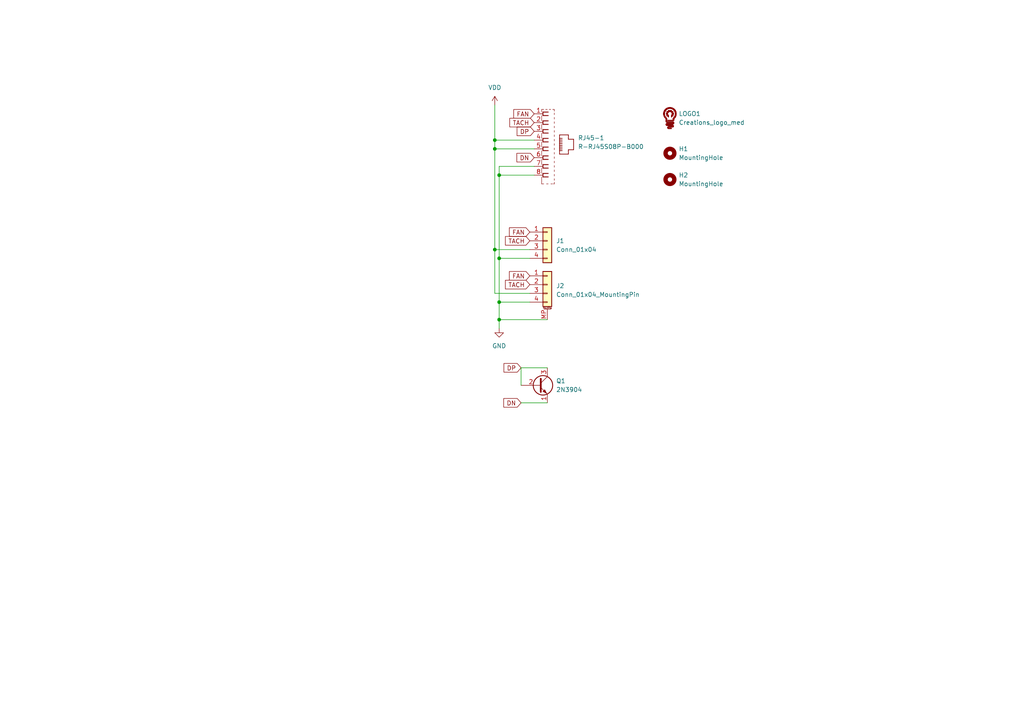
<source format=kicad_sch>
(kicad_sch (version 20230121) (generator eeschema)

  (uuid e63e39d7-6ac0-4ffd-8aa3-1841a4541b55)

  (paper "A4")

  (lib_symbols
    (symbol "Austins creations:R-RJ45S08P-B000" (in_bom yes) (on_board yes)
      (property "Reference" "RJ45-" (at 16.51 2.54 0)
        (effects (font (size 1.27 1.27)))
      )
      (property "Value" "R-RJ45S08P-B000" (at 16.51 0 0)
        (effects (font (size 1.27 1.27)))
      )
      (property "Footprint" "Austins creations:R-RJ45S08P-B000" (at 0 -12.7 0)
        (effects (font (size 1.27 1.27)) hide)
      )
      (property "Datasheet" "" (at -22.86 13.97 0)
        (effects (font (size 1.27 1.27)) hide)
      )
      (property "part #" "C386763" (at 16.51 -2.54 0)
        (effects (font (size 1.27 1.27)))
      )
      (symbol "R-RJ45S08P-B000_1_0"
        (polyline
          (pts
            (xy -2.921 -11.43)
            (xy -2.286 -11.43)
          )
          (stroke (width 0.127) (type default))
          (fill (type none))
        )
        (polyline
          (pts
            (xy -2.921 -9.398)
            (xy -2.921 -11.43)
          )
          (stroke (width 0.127) (type default))
          (fill (type none))
        )
        (polyline
          (pts
            (xy -2.921 -6.858)
            (xy -2.921 -8.382)
          )
          (stroke (width 0.127) (type default))
          (fill (type none))
        )
        (polyline
          (pts
            (xy -2.921 -4.318)
            (xy -2.921 -5.842)
          )
          (stroke (width 0.127) (type default))
          (fill (type none))
        )
        (polyline
          (pts
            (xy -2.921 -1.778)
            (xy -2.921 -3.302)
          )
          (stroke (width 0.127) (type default))
          (fill (type none))
        )
        (polyline
          (pts
            (xy -2.921 0.762)
            (xy -2.921 -0.762)
          )
          (stroke (width 0.127) (type default))
          (fill (type none))
        )
        (polyline
          (pts
            (xy -2.921 3.302)
            (xy -2.921 1.778)
          )
          (stroke (width 0.127) (type default))
          (fill (type none))
        )
        (polyline
          (pts
            (xy -2.921 5.842)
            (xy -2.921 4.318)
          )
          (stroke (width 0.127) (type default))
          (fill (type none))
        )
        (polyline
          (pts
            (xy -2.921 8.382)
            (xy -2.921 6.858)
          )
          (stroke (width 0.127) (type default))
          (fill (type none))
        )
        (polyline
          (pts
            (xy -2.921 10.16)
            (xy -2.921 9.398)
          )
          (stroke (width 0.127) (type default))
          (fill (type none))
        )
        (polyline
          (pts
            (xy -2.54 -9.398)
            (xy -1.016 -9.398)
          )
          (stroke (width 0.254) (type default))
          (fill (type none))
        )
        (polyline
          (pts
            (xy -2.54 -8.382)
            (xy -2.54 -9.398)
          )
          (stroke (width 0.254) (type default))
          (fill (type none))
        )
        (polyline
          (pts
            (xy -2.54 -6.858)
            (xy -1.016 -6.858)
          )
          (stroke (width 0.254) (type default))
          (fill (type none))
        )
        (polyline
          (pts
            (xy -2.54 -5.842)
            (xy -2.54 -6.858)
          )
          (stroke (width 0.254) (type default))
          (fill (type none))
        )
        (polyline
          (pts
            (xy -2.54 -4.318)
            (xy -1.016 -4.318)
          )
          (stroke (width 0.254) (type default))
          (fill (type none))
        )
        (polyline
          (pts
            (xy -2.54 -3.302)
            (xy -2.54 -4.318)
          )
          (stroke (width 0.254) (type default))
          (fill (type none))
        )
        (polyline
          (pts
            (xy -2.54 -1.778)
            (xy -1.016 -1.778)
          )
          (stroke (width 0.254) (type default))
          (fill (type none))
        )
        (polyline
          (pts
            (xy -2.54 -0.762)
            (xy -2.54 -1.778)
          )
          (stroke (width 0.254) (type default))
          (fill (type none))
        )
        (polyline
          (pts
            (xy -2.54 0.762)
            (xy -1.016 0.762)
          )
          (stroke (width 0.254) (type default))
          (fill (type none))
        )
        (polyline
          (pts
            (xy -2.54 1.778)
            (xy -2.54 0.762)
          )
          (stroke (width 0.254) (type default))
          (fill (type none))
        )
        (polyline
          (pts
            (xy -2.54 3.302)
            (xy -1.016 3.302)
          )
          (stroke (width 0.254) (type default))
          (fill (type none))
        )
        (polyline
          (pts
            (xy -2.54 4.318)
            (xy -2.54 3.302)
          )
          (stroke (width 0.254) (type default))
          (fill (type none))
        )
        (polyline
          (pts
            (xy -2.54 5.842)
            (xy -1.016 5.842)
          )
          (stroke (width 0.254) (type default))
          (fill (type none))
        )
        (polyline
          (pts
            (xy -2.54 6.858)
            (xy -2.54 5.842)
          )
          (stroke (width 0.254) (type default))
          (fill (type none))
        )
        (polyline
          (pts
            (xy -2.54 8.382)
            (xy -1.016 8.382)
          )
          (stroke (width 0.254) (type default))
          (fill (type none))
        )
        (polyline
          (pts
            (xy -2.54 9.398)
            (xy -2.54 8.382)
          )
          (stroke (width 0.254) (type default))
          (fill (type none))
        )
        (polyline
          (pts
            (xy -2.286 10.16)
            (xy -2.921 10.16)
          )
          (stroke (width 0.127) (type default))
          (fill (type none))
        )
        (polyline
          (pts
            (xy -1.524 -11.43)
            (xy -1.016 -11.43)
          )
          (stroke (width 0.127) (type default))
          (fill (type none))
        )
        (polyline
          (pts
            (xy -1.27 10.16)
            (xy -1.778 10.16)
          )
          (stroke (width 0.127) (type default))
          (fill (type none))
        )
        (polyline
          (pts
            (xy -1.016 -8.382)
            (xy -2.54 -8.382)
          )
          (stroke (width 0.254) (type default))
          (fill (type none))
        )
        (polyline
          (pts
            (xy -1.016 -5.842)
            (xy -2.54 -5.842)
          )
          (stroke (width 0.254) (type default))
          (fill (type none))
        )
        (polyline
          (pts
            (xy -1.016 -3.302)
            (xy -2.54 -3.302)
          )
          (stroke (width 0.254) (type default))
          (fill (type none))
        )
        (polyline
          (pts
            (xy -1.016 -0.762)
            (xy -2.54 -0.762)
          )
          (stroke (width 0.254) (type default))
          (fill (type none))
        )
        (polyline
          (pts
            (xy -1.016 1.778)
            (xy -2.54 1.778)
          )
          (stroke (width 0.254) (type default))
          (fill (type none))
        )
        (polyline
          (pts
            (xy -1.016 4.318)
            (xy -2.54 4.318)
          )
          (stroke (width 0.254) (type default))
          (fill (type none))
        )
        (polyline
          (pts
            (xy -1.016 6.858)
            (xy -2.54 6.858)
          )
          (stroke (width 0.254) (type default))
          (fill (type none))
        )
        (polyline
          (pts
            (xy -1.016 9.398)
            (xy -2.54 9.398)
          )
          (stroke (width 0.254) (type default))
          (fill (type none))
        )
        (polyline
          (pts
            (xy -0.254 -11.43)
            (xy 0.254 -11.43)
          )
          (stroke (width 0.127) (type default))
          (fill (type none))
        )
        (polyline
          (pts
            (xy -0.254 10.16)
            (xy -0.762 10.16)
          )
          (stroke (width 0.127) (type default))
          (fill (type none))
        )
        (polyline
          (pts
            (xy 0.508 -11.43)
            (xy 0.762 -11.43)
          )
          (stroke (width 0.127) (type default))
          (fill (type none))
        )
        (polyline
          (pts
            (xy 0.762 -11.43)
            (xy 0.762 -10.922)
          )
          (stroke (width 0.127) (type default))
          (fill (type none))
        )
        (polyline
          (pts
            (xy 0.762 -10.414)
            (xy 0.762 -9.906)
          )
          (stroke (width 0.127) (type default))
          (fill (type none))
        )
        (polyline
          (pts
            (xy 0.762 -9.144)
            (xy 0.762 -8.636)
          )
          (stroke (width 0.127) (type default))
          (fill (type none))
        )
        (polyline
          (pts
            (xy 0.762 -7.874)
            (xy 0.762 -7.366)
          )
          (stroke (width 0.127) (type default))
          (fill (type none))
        )
        (polyline
          (pts
            (xy 0.762 -6.604)
            (xy 0.762 -6.096)
          )
          (stroke (width 0.127) (type default))
          (fill (type none))
        )
        (polyline
          (pts
            (xy 0.762 -5.334)
            (xy 0.762 -4.826)
          )
          (stroke (width 0.127) (type default))
          (fill (type none))
        )
        (polyline
          (pts
            (xy 0.762 -4.064)
            (xy 0.762 -3.556)
          )
          (stroke (width 0.127) (type default))
          (fill (type none))
        )
        (polyline
          (pts
            (xy 0.762 -2.794)
            (xy 0.762 -2.286)
          )
          (stroke (width 0.127) (type default))
          (fill (type none))
        )
        (polyline
          (pts
            (xy 0.762 -1.524)
            (xy 0.762 -1.016)
          )
          (stroke (width 0.127) (type default))
          (fill (type none))
        )
        (polyline
          (pts
            (xy 0.762 -0.254)
            (xy 0.762 0.254)
          )
          (stroke (width 0.127) (type default))
          (fill (type none))
        )
        (polyline
          (pts
            (xy 0.762 1.016)
            (xy 0.762 1.524)
          )
          (stroke (width 0.127) (type default))
          (fill (type none))
        )
        (polyline
          (pts
            (xy 0.762 2.286)
            (xy 0.762 2.794)
          )
          (stroke (width 0.127) (type default))
          (fill (type none))
        )
        (polyline
          (pts
            (xy 0.762 3.556)
            (xy 0.762 4.064)
          )
          (stroke (width 0.127) (type default))
          (fill (type none))
        )
        (polyline
          (pts
            (xy 0.762 4.826)
            (xy 0.762 5.334)
          )
          (stroke (width 0.127) (type default))
          (fill (type none))
        )
        (polyline
          (pts
            (xy 0.762 6.096)
            (xy 0.762 6.604)
          )
          (stroke (width 0.127) (type default))
          (fill (type none))
        )
        (polyline
          (pts
            (xy 0.762 7.366)
            (xy 0.762 7.874)
          )
          (stroke (width 0.127) (type default))
          (fill (type none))
        )
        (polyline
          (pts
            (xy 0.762 8.636)
            (xy 0.762 9.144)
          )
          (stroke (width 0.127) (type default))
          (fill (type none))
        )
        (polyline
          (pts
            (xy 0.762 9.652)
            (xy 0.762 10.16)
          )
          (stroke (width 0.127) (type default))
          (fill (type none))
        )
        (polyline
          (pts
            (xy 0.762 10.16)
            (xy 0.254 10.16)
          )
          (stroke (width 0.127) (type default))
          (fill (type none))
        )
        (polyline
          (pts
            (xy 2.286 -2.794)
            (xy 4.826 -2.794)
          )
          (stroke (width 0.1998) (type default))
          (fill (type none))
        )
        (polyline
          (pts
            (xy 2.286 -1.778)
            (xy 2.286 -2.794)
          )
          (stroke (width 0.1998) (type default))
          (fill (type none))
        )
        (polyline
          (pts
            (xy 2.286 -1.778)
            (xy 3.048 -1.778)
          )
          (stroke (width 0.1998) (type default))
          (fill (type none))
        )
        (polyline
          (pts
            (xy 2.286 -1.27)
            (xy 2.286 -1.778)
          )
          (stroke (width 0.1998) (type default))
          (fill (type none))
        )
        (polyline
          (pts
            (xy 2.286 -1.27)
            (xy 3.048 -1.27)
          )
          (stroke (width 0.1998) (type default))
          (fill (type none))
        )
        (polyline
          (pts
            (xy 2.286 -0.762)
            (xy 2.286 -1.27)
          )
          (stroke (width 0.1998) (type default))
          (fill (type none))
        )
        (polyline
          (pts
            (xy 2.286 -0.762)
            (xy 3.048 -0.762)
          )
          (stroke (width 0.1998) (type default))
          (fill (type none))
        )
        (polyline
          (pts
            (xy 2.286 -0.254)
            (xy 2.286 -0.762)
          )
          (stroke (width 0.1998) (type default))
          (fill (type none))
        )
        (polyline
          (pts
            (xy 2.286 -0.254)
            (xy 3.048 -0.254)
          )
          (stroke (width 0.1998) (type default))
          (fill (type none))
        )
        (polyline
          (pts
            (xy 2.286 0.254)
            (xy 2.286 -0.254)
          )
          (stroke (width 0.1998) (type default))
          (fill (type none))
        )
        (polyline
          (pts
            (xy 2.286 0.254)
            (xy 3.048 0.254)
          )
          (stroke (width 0.1998) (type default))
          (fill (type none))
        )
        (polyline
          (pts
            (xy 2.286 0.762)
            (xy 2.286 0.254)
          )
          (stroke (width 0.1998) (type default))
          (fill (type none))
        )
        (polyline
          (pts
            (xy 2.286 0.762)
            (xy 3.048 0.762)
          )
          (stroke (width 0.1998) (type default))
          (fill (type none))
        )
        (polyline
          (pts
            (xy 2.286 1.27)
            (xy 2.286 0.762)
          )
          (stroke (width 0.1998) (type default))
          (fill (type none))
        )
        (polyline
          (pts
            (xy 2.286 1.27)
            (xy 3.048 1.27)
          )
          (stroke (width 0.1998) (type default))
          (fill (type none))
        )
        (polyline
          (pts
            (xy 2.286 1.778)
            (xy 2.286 1.27)
          )
          (stroke (width 0.1998) (type default))
          (fill (type none))
        )
        (polyline
          (pts
            (xy 2.286 1.778)
            (xy 3.048 1.778)
          )
          (stroke (width 0.1998) (type default))
          (fill (type none))
        )
        (polyline
          (pts
            (xy 2.286 2.794)
            (xy 2.286 1.778)
          )
          (stroke (width 0.1998) (type default))
          (fill (type none))
        )
        (polyline
          (pts
            (xy 4.826 -2.794)
            (xy 4.826 -1.524)
          )
          (stroke (width 0.1998) (type default))
          (fill (type none))
        )
        (polyline
          (pts
            (xy 4.826 -1.524)
            (xy 6.35 -1.524)
          )
          (stroke (width 0.1998) (type default))
          (fill (type none))
        )
        (polyline
          (pts
            (xy 4.826 1.524)
            (xy 4.826 2.794)
          )
          (stroke (width 0.1998) (type default))
          (fill (type none))
        )
        (polyline
          (pts
            (xy 4.826 2.794)
            (xy 2.286 2.794)
          )
          (stroke (width 0.1998) (type default))
          (fill (type none))
        )
        (polyline
          (pts
            (xy 6.35 -1.524)
            (xy 6.35 1.524)
          )
          (stroke (width 0.1998) (type default))
          (fill (type none))
        )
        (polyline
          (pts
            (xy 6.35 1.524)
            (xy 4.826 1.524)
          )
          (stroke (width 0.1998) (type default))
          (fill (type none))
        )
        (pin passive line (at -5.08 8.89 0) (length 2.54)
          (name "1" (effects (font (size 0 0))))
          (number "1" (effects (font (size 1.27 1.27))))
        )
        (pin passive line (at -5.08 6.35 0) (length 2.54)
          (name "2" (effects (font (size 0 0))))
          (number "2" (effects (font (size 1.27 1.27))))
        )
        (pin passive line (at -5.08 3.81 0) (length 2.54)
          (name "3" (effects (font (size 0 0))))
          (number "3" (effects (font (size 1.27 1.27))))
        )
        (pin passive line (at -5.08 1.27 0) (length 2.54)
          (name "4" (effects (font (size 0 0))))
          (number "4" (effects (font (size 1.27 1.27))))
        )
        (pin passive line (at -5.08 -1.27 0) (length 2.54)
          (name "5" (effects (font (size 0 0))))
          (number "5" (effects (font (size 1.27 1.27))))
        )
        (pin passive line (at -5.08 -3.81 0) (length 2.54)
          (name "6" (effects (font (size 0 0))))
          (number "6" (effects (font (size 1.27 1.27))))
        )
        (pin passive line (at -5.08 -6.35 0) (length 2.54)
          (name "7" (effects (font (size 0 0))))
          (number "7" (effects (font (size 1.27 1.27))))
        )
        (pin passive line (at -5.08 -8.89 0) (length 2.54)
          (name "8" (effects (font (size 0 0))))
          (number "8" (effects (font (size 1.27 1.27))))
        )
      )
    )
    (symbol "Connector_Generic:Conn_01x04" (pin_names (offset 1.016) hide) (in_bom yes) (on_board yes)
      (property "Reference" "J" (at 0 5.08 0)
        (effects (font (size 1.27 1.27)))
      )
      (property "Value" "Conn_01x04" (at 0 -7.62 0)
        (effects (font (size 1.27 1.27)))
      )
      (property "Footprint" "" (at 0 0 0)
        (effects (font (size 1.27 1.27)) hide)
      )
      (property "Datasheet" "~" (at 0 0 0)
        (effects (font (size 1.27 1.27)) hide)
      )
      (property "ki_keywords" "connector" (at 0 0 0)
        (effects (font (size 1.27 1.27)) hide)
      )
      (property "ki_description" "Generic connector, single row, 01x04, script generated (kicad-library-utils/schlib/autogen/connector/)" (at 0 0 0)
        (effects (font (size 1.27 1.27)) hide)
      )
      (property "ki_fp_filters" "Connector*:*_1x??_*" (at 0 0 0)
        (effects (font (size 1.27 1.27)) hide)
      )
      (symbol "Conn_01x04_1_1"
        (rectangle (start -1.27 -4.953) (end 0 -5.207)
          (stroke (width 0.1524) (type default))
          (fill (type none))
        )
        (rectangle (start -1.27 -2.413) (end 0 -2.667)
          (stroke (width 0.1524) (type default))
          (fill (type none))
        )
        (rectangle (start -1.27 0.127) (end 0 -0.127)
          (stroke (width 0.1524) (type default))
          (fill (type none))
        )
        (rectangle (start -1.27 2.667) (end 0 2.413)
          (stroke (width 0.1524) (type default))
          (fill (type none))
        )
        (rectangle (start -1.27 3.81) (end 1.27 -6.35)
          (stroke (width 0.254) (type default))
          (fill (type background))
        )
        (pin passive line (at -5.08 2.54 0) (length 3.81)
          (name "Pin_1" (effects (font (size 1.27 1.27))))
          (number "1" (effects (font (size 1.27 1.27))))
        )
        (pin passive line (at -5.08 0 0) (length 3.81)
          (name "Pin_2" (effects (font (size 1.27 1.27))))
          (number "2" (effects (font (size 1.27 1.27))))
        )
        (pin passive line (at -5.08 -2.54 0) (length 3.81)
          (name "Pin_3" (effects (font (size 1.27 1.27))))
          (number "3" (effects (font (size 1.27 1.27))))
        )
        (pin passive line (at -5.08 -5.08 0) (length 3.81)
          (name "Pin_4" (effects (font (size 1.27 1.27))))
          (number "4" (effects (font (size 1.27 1.27))))
        )
      )
    )
    (symbol "Connector_Generic_MountingPin:Conn_01x04_MountingPin" (pin_names (offset 1.016) hide) (in_bom yes) (on_board yes)
      (property "Reference" "J" (at 0 5.08 0)
        (effects (font (size 1.27 1.27)))
      )
      (property "Value" "Conn_01x04_MountingPin" (at 1.27 -7.62 0)
        (effects (font (size 1.27 1.27)) (justify left))
      )
      (property "Footprint" "" (at 0 0 0)
        (effects (font (size 1.27 1.27)) hide)
      )
      (property "Datasheet" "~" (at 0 0 0)
        (effects (font (size 1.27 1.27)) hide)
      )
      (property "ki_keywords" "connector" (at 0 0 0)
        (effects (font (size 1.27 1.27)) hide)
      )
      (property "ki_description" "Generic connectable mounting pin connector, single row, 01x04, script generated (kicad-library-utils/schlib/autogen/connector/)" (at 0 0 0)
        (effects (font (size 1.27 1.27)) hide)
      )
      (property "ki_fp_filters" "Connector*:*_1x??-1MP*" (at 0 0 0)
        (effects (font (size 1.27 1.27)) hide)
      )
      (symbol "Conn_01x04_MountingPin_1_1"
        (rectangle (start -1.27 -4.953) (end 0 -5.207)
          (stroke (width 0.1524) (type default))
          (fill (type none))
        )
        (rectangle (start -1.27 -2.413) (end 0 -2.667)
          (stroke (width 0.1524) (type default))
          (fill (type none))
        )
        (rectangle (start -1.27 0.127) (end 0 -0.127)
          (stroke (width 0.1524) (type default))
          (fill (type none))
        )
        (rectangle (start -1.27 2.667) (end 0 2.413)
          (stroke (width 0.1524) (type default))
          (fill (type none))
        )
        (rectangle (start -1.27 3.81) (end 1.27 -6.35)
          (stroke (width 0.254) (type default))
          (fill (type background))
        )
        (polyline
          (pts
            (xy -1.016 -7.112)
            (xy 1.016 -7.112)
          )
          (stroke (width 0.1524) (type default))
          (fill (type none))
        )
        (text "Mounting" (at 0 -6.731 0)
          (effects (font (size 0.381 0.381)))
        )
        (pin passive line (at -5.08 2.54 0) (length 3.81)
          (name "Pin_1" (effects (font (size 1.27 1.27))))
          (number "1" (effects (font (size 1.27 1.27))))
        )
        (pin passive line (at -5.08 0 0) (length 3.81)
          (name "Pin_2" (effects (font (size 1.27 1.27))))
          (number "2" (effects (font (size 1.27 1.27))))
        )
        (pin passive line (at -5.08 -2.54 0) (length 3.81)
          (name "Pin_3" (effects (font (size 1.27 1.27))))
          (number "3" (effects (font (size 1.27 1.27))))
        )
        (pin passive line (at -5.08 -5.08 0) (length 3.81)
          (name "Pin_4" (effects (font (size 1.27 1.27))))
          (number "4" (effects (font (size 1.27 1.27))))
        )
        (pin passive line (at 0 -10.16 90) (length 3.048)
          (name "MountPin" (effects (font (size 1.27 1.27))))
          (number "MP" (effects (font (size 1.27 1.27))))
        )
      )
    )
    (symbol "Mechanical:MountingHole" (pin_names (offset 1.016)) (in_bom yes) (on_board yes)
      (property "Reference" "H" (at 0 5.08 0)
        (effects (font (size 1.27 1.27)))
      )
      (property "Value" "MountingHole" (at 0 3.175 0)
        (effects (font (size 1.27 1.27)))
      )
      (property "Footprint" "" (at 0 0 0)
        (effects (font (size 1.27 1.27)) hide)
      )
      (property "Datasheet" "~" (at 0 0 0)
        (effects (font (size 1.27 1.27)) hide)
      )
      (property "ki_keywords" "mounting hole" (at 0 0 0)
        (effects (font (size 1.27 1.27)) hide)
      )
      (property "ki_description" "Mounting Hole without connection" (at 0 0 0)
        (effects (font (size 1.27 1.27)) hide)
      )
      (property "ki_fp_filters" "MountingHole*" (at 0 0 0)
        (effects (font (size 1.27 1.27)) hide)
      )
      (symbol "MountingHole_0_1"
        (circle (center 0 0) (radius 1.27)
          (stroke (width 1.27) (type default))
          (fill (type none))
        )
      )
    )
    (symbol "Transistor_BJT:2N3904" (pin_names (offset 0) hide) (in_bom yes) (on_board yes)
      (property "Reference" "Q" (at 5.08 1.905 0)
        (effects (font (size 1.27 1.27)) (justify left))
      )
      (property "Value" "2N3904" (at 5.08 0 0)
        (effects (font (size 1.27 1.27)) (justify left))
      )
      (property "Footprint" "Package_TO_SOT_THT:TO-92_Inline" (at 5.08 -1.905 0)
        (effects (font (size 1.27 1.27) italic) (justify left) hide)
      )
      (property "Datasheet" "https://www.onsemi.com/pub/Collateral/2N3903-D.PDF" (at 0 0 0)
        (effects (font (size 1.27 1.27)) (justify left) hide)
      )
      (property "ki_keywords" "NPN Transistor" (at 0 0 0)
        (effects (font (size 1.27 1.27)) hide)
      )
      (property "ki_description" "0.2A Ic, 40V Vce, Small Signal NPN Transistor, TO-92" (at 0 0 0)
        (effects (font (size 1.27 1.27)) hide)
      )
      (property "ki_fp_filters" "TO?92*" (at 0 0 0)
        (effects (font (size 1.27 1.27)) hide)
      )
      (symbol "2N3904_0_1"
        (polyline
          (pts
            (xy 0.635 0.635)
            (xy 2.54 2.54)
          )
          (stroke (width 0) (type default))
          (fill (type none))
        )
        (polyline
          (pts
            (xy 0.635 -0.635)
            (xy 2.54 -2.54)
            (xy 2.54 -2.54)
          )
          (stroke (width 0) (type default))
          (fill (type none))
        )
        (polyline
          (pts
            (xy 0.635 1.905)
            (xy 0.635 -1.905)
            (xy 0.635 -1.905)
          )
          (stroke (width 0.508) (type default))
          (fill (type none))
        )
        (polyline
          (pts
            (xy 1.27 -1.778)
            (xy 1.778 -1.27)
            (xy 2.286 -2.286)
            (xy 1.27 -1.778)
            (xy 1.27 -1.778)
          )
          (stroke (width 0) (type default))
          (fill (type outline))
        )
        (circle (center 1.27 0) (radius 2.8194)
          (stroke (width 0.254) (type default))
          (fill (type none))
        )
      )
      (symbol "2N3904_1_1"
        (pin passive line (at 2.54 -5.08 90) (length 2.54)
          (name "E" (effects (font (size 1.27 1.27))))
          (number "1" (effects (font (size 1.27 1.27))))
        )
        (pin passive line (at -5.08 0 0) (length 5.715)
          (name "B" (effects (font (size 1.27 1.27))))
          (number "2" (effects (font (size 1.27 1.27))))
        )
        (pin passive line (at 2.54 5.08 270) (length 2.54)
          (name "C" (effects (font (size 1.27 1.27))))
          (number "3" (effects (font (size 1.27 1.27))))
        )
      )
    )
    (symbol "logos:Creations_logo_med" (in_bom yes) (on_board yes)
      (property "Reference" "LOGO" (at 0 6.35 0)
        (effects (font (size 1.27 1.27)))
      )
      (property "Value" "Creations_logo_med" (at 0 3.81 0)
        (effects (font (size 1.27 1.27)))
      )
      (property "Footprint" "logos:Creations logo med" (at 0 8.89 0)
        (effects (font (size 1.27 1.27)) hide)
      )
      (property "Datasheet" "" (at 0 10.16 0)
        (effects (font (size 1.27 1.27)) hide)
      )
      (symbol "Creations_logo_med_1_0"
        (rectangle (start -1.8415 -0.254) (end -1.5367 -0.2286)
          (stroke (width 0) (type default))
          (fill (type outline))
        )
        (rectangle (start -1.8415 -0.2286) (end -1.5367 -0.2032)
          (stroke (width 0) (type default))
          (fill (type outline))
        )
        (rectangle (start -1.8415 -0.2032) (end -1.5367 -0.1778)
          (stroke (width 0) (type default))
          (fill (type outline))
        )
        (rectangle (start -1.8415 -0.1778) (end -1.5367 -0.1524)
          (stroke (width 0) (type default))
          (fill (type outline))
        )
        (rectangle (start -1.8415 -0.1524) (end -1.5367 -0.127)
          (stroke (width 0) (type default))
          (fill (type outline))
        )
        (rectangle (start -1.8415 -0.127) (end -1.5367 -0.1016)
          (stroke (width 0) (type default))
          (fill (type outline))
        )
        (rectangle (start -1.8415 -0.1016) (end -1.5367 -0.0762)
          (stroke (width 0) (type default))
          (fill (type outline))
        )
        (rectangle (start -1.8415 -0.0762) (end -1.5367 -0.0508)
          (stroke (width 0) (type default))
          (fill (type outline))
        )
        (rectangle (start -1.8415 -0.0508) (end -1.5367 -0.0254)
          (stroke (width 0) (type default))
          (fill (type outline))
        )
        (rectangle (start -1.8415 -0.0254) (end -1.5367 0)
          (stroke (width 0) (type default))
          (fill (type outline))
        )
        (rectangle (start -1.8415 0) (end -1.5367 0.0254)
          (stroke (width 0) (type default))
          (fill (type outline))
        )
        (rectangle (start -1.8415 0.0254) (end -1.5367 0.0508)
          (stroke (width 0) (type default))
          (fill (type outline))
        )
        (rectangle (start -1.8415 0.0508) (end -1.5367 0.0762)
          (stroke (width 0) (type default))
          (fill (type outline))
        )
        (rectangle (start -1.8415 0.0762) (end -1.5367 0.1016)
          (stroke (width 0) (type default))
          (fill (type outline))
        )
        (rectangle (start -1.8415 0.1016) (end -1.5367 0.127)
          (stroke (width 0) (type default))
          (fill (type outline))
        )
        (rectangle (start -1.8415 0.127) (end -1.5367 0.1524)
          (stroke (width 0) (type default))
          (fill (type outline))
        )
        (rectangle (start -1.8415 0.1524) (end -1.5367 0.1778)
          (stroke (width 0) (type default))
          (fill (type outline))
        )
        (rectangle (start -1.8415 0.1778) (end -1.5367 0.2032)
          (stroke (width 0) (type default))
          (fill (type outline))
        )
        (rectangle (start -1.8415 0.2032) (end -1.5367 0.2286)
          (stroke (width 0) (type default))
          (fill (type outline))
        )
        (rectangle (start -1.8415 0.2286) (end -1.5367 0.254)
          (stroke (width 0) (type default))
          (fill (type outline))
        )
        (rectangle (start -1.8415 0.254) (end -1.5113 0.2794)
          (stroke (width 0) (type default))
          (fill (type outline))
        )
        (rectangle (start -1.8415 0.2794) (end -1.5113 0.3048)
          (stroke (width 0) (type default))
          (fill (type outline))
        )
        (rectangle (start -1.8161 -0.4064) (end -1.5113 -0.381)
          (stroke (width 0) (type default))
          (fill (type outline))
        )
        (rectangle (start -1.8161 -0.381) (end -1.5113 -0.3556)
          (stroke (width 0) (type default))
          (fill (type outline))
        )
        (rectangle (start -1.8161 -0.3556) (end -1.5113 -0.3302)
          (stroke (width 0) (type default))
          (fill (type outline))
        )
        (rectangle (start -1.8161 -0.3302) (end -1.5113 -0.3048)
          (stroke (width 0) (type default))
          (fill (type outline))
        )
        (rectangle (start -1.8161 -0.3048) (end -1.5367 -0.2794)
          (stroke (width 0) (type default))
          (fill (type outline))
        )
        (rectangle (start -1.8161 -0.2794) (end -1.5367 -0.254)
          (stroke (width 0) (type default))
          (fill (type outline))
        )
        (rectangle (start -1.8161 0.3048) (end -1.5113 0.3302)
          (stroke (width 0) (type default))
          (fill (type outline))
        )
        (rectangle (start -1.8161 0.3302) (end -1.5113 0.3556)
          (stroke (width 0) (type default))
          (fill (type outline))
        )
        (rectangle (start -1.8161 0.3556) (end -1.5113 0.381)
          (stroke (width 0) (type default))
          (fill (type outline))
        )
        (rectangle (start -1.8161 0.381) (end -1.4859 0.4064)
          (stroke (width 0) (type default))
          (fill (type outline))
        )
        (rectangle (start -1.8161 0.4064) (end -1.4859 0.4318)
          (stroke (width 0) (type default))
          (fill (type outline))
        )
        (rectangle (start -1.7907 -0.4826) (end -1.4859 -0.4572)
          (stroke (width 0) (type default))
          (fill (type outline))
        )
        (rectangle (start -1.7907 -0.4572) (end -1.4859 -0.4318)
          (stroke (width 0) (type default))
          (fill (type outline))
        )
        (rectangle (start -1.7907 -0.4318) (end -1.4859 -0.4064)
          (stroke (width 0) (type default))
          (fill (type outline))
        )
        (rectangle (start -1.7907 0.4318) (end -1.4859 0.4572)
          (stroke (width 0) (type default))
          (fill (type outline))
        )
        (rectangle (start -1.7907 0.4572) (end -1.4859 0.4826)
          (stroke (width 0) (type default))
          (fill (type outline))
        )
        (rectangle (start -1.7907 0.4826) (end -1.4605 0.508)
          (stroke (width 0) (type default))
          (fill (type outline))
        )
        (rectangle (start -1.7907 0.508) (end -1.4605 0.5334)
          (stroke (width 0) (type default))
          (fill (type outline))
        )
        (rectangle (start -1.7653 -0.5588) (end -1.4605 -0.5334)
          (stroke (width 0) (type default))
          (fill (type outline))
        )
        (rectangle (start -1.7653 -0.5334) (end -1.4605 -0.508)
          (stroke (width 0) (type default))
          (fill (type outline))
        )
        (rectangle (start -1.7653 -0.508) (end -1.4859 -0.4826)
          (stroke (width 0) (type default))
          (fill (type outline))
        )
        (rectangle (start -1.7653 0.5334) (end -1.4351 0.5588)
          (stroke (width 0) (type default))
          (fill (type outline))
        )
        (rectangle (start -1.7653 0.5588) (end -1.4351 0.5842)
          (stroke (width 0) (type default))
          (fill (type outline))
        )
        (rectangle (start -1.7653 0.5842) (end -1.4351 0.6096)
          (stroke (width 0) (type default))
          (fill (type outline))
        )
        (rectangle (start -1.7399 -0.635) (end -1.4351 -0.6096)
          (stroke (width 0) (type default))
          (fill (type outline))
        )
        (rectangle (start -1.7399 -0.6096) (end -1.4351 -0.5842)
          (stroke (width 0) (type default))
          (fill (type outline))
        )
        (rectangle (start -1.7399 -0.5842) (end -1.4351 -0.5588)
          (stroke (width 0) (type default))
          (fill (type outline))
        )
        (rectangle (start -1.7399 0.6096) (end -1.4097 0.635)
          (stroke (width 0) (type default))
          (fill (type outline))
        )
        (rectangle (start -1.7399 0.635) (end -1.4097 0.6604)
          (stroke (width 0) (type default))
          (fill (type outline))
        )
        (rectangle (start -1.7399 0.6604) (end -1.3843 0.6858)
          (stroke (width 0) (type default))
          (fill (type outline))
        )
        (rectangle (start -1.7145 -0.7112) (end -1.3843 -0.6858)
          (stroke (width 0) (type default))
          (fill (type outline))
        )
        (rectangle (start -1.7145 -0.6858) (end -1.4097 -0.6604)
          (stroke (width 0) (type default))
          (fill (type outline))
        )
        (rectangle (start -1.7145 -0.6604) (end -1.4097 -0.635)
          (stroke (width 0) (type default))
          (fill (type outline))
        )
        (rectangle (start -1.7145 0.6858) (end -1.3843 0.7112)
          (stroke (width 0) (type default))
          (fill (type outline))
        )
        (rectangle (start -1.7145 0.7112) (end -1.3589 0.7366)
          (stroke (width 0) (type default))
          (fill (type outline))
        )
        (rectangle (start -1.7145 0.7366) (end -1.3589 0.762)
          (stroke (width 0) (type default))
          (fill (type outline))
        )
        (rectangle (start -1.6891 -0.762) (end -1.3589 -0.7366)
          (stroke (width 0) (type default))
          (fill (type outline))
        )
        (rectangle (start -1.6891 -0.7366) (end -1.3843 -0.7112)
          (stroke (width 0) (type default))
          (fill (type outline))
        )
        (rectangle (start -1.6891 0.762) (end -1.3335 0.7874)
          (stroke (width 0) (type default))
          (fill (type outline))
        )
        (rectangle (start -1.6891 0.7874) (end -1.3335 0.8128)
          (stroke (width 0) (type default))
          (fill (type outline))
        )
        (rectangle (start -1.6637 -0.8128) (end -1.3335 -0.7874)
          (stroke (width 0) (type default))
          (fill (type outline))
        )
        (rectangle (start -1.6637 -0.7874) (end -1.3589 -0.762)
          (stroke (width 0) (type default))
          (fill (type outline))
        )
        (rectangle (start -1.6637 0.8128) (end -1.3081 0.8382)
          (stroke (width 0) (type default))
          (fill (type outline))
        )
        (rectangle (start -1.6637 0.8382) (end -1.2827 0.8636)
          (stroke (width 0) (type default))
          (fill (type outline))
        )
        (rectangle (start -1.6383 -0.8636) (end -1.3081 -0.8382)
          (stroke (width 0) (type default))
          (fill (type outline))
        )
        (rectangle (start -1.6383 -0.8382) (end -1.3335 -0.8128)
          (stroke (width 0) (type default))
          (fill (type outline))
        )
        (rectangle (start -1.6383 0.8636) (end -1.2827 0.889)
          (stroke (width 0) (type default))
          (fill (type outline))
        )
        (rectangle (start -1.6383 0.889) (end -1.2573 0.9144)
          (stroke (width 0) (type default))
          (fill (type outline))
        )
        (rectangle (start -1.6129 -0.9144) (end -1.2827 -0.889)
          (stroke (width 0) (type default))
          (fill (type outline))
        )
        (rectangle (start -1.6129 -0.889) (end -1.2827 -0.8636)
          (stroke (width 0) (type default))
          (fill (type outline))
        )
        (rectangle (start -1.6129 0.9144) (end -1.2319 0.9398)
          (stroke (width 0) (type default))
          (fill (type outline))
        )
        (rectangle (start -1.5875 -0.9398) (end -1.2573 -0.9144)
          (stroke (width 0) (type default))
          (fill (type outline))
        )
        (rectangle (start -1.5875 0.9398) (end -1.2319 0.9652)
          (stroke (width 0) (type default))
          (fill (type outline))
        )
        (rectangle (start -1.5875 0.9652) (end -1.1811 0.9906)
          (stroke (width 0) (type default))
          (fill (type outline))
        )
        (rectangle (start -1.5621 -0.9906) (end -1.2319 -0.9652)
          (stroke (width 0) (type default))
          (fill (type outline))
        )
        (rectangle (start -1.5621 -0.9652) (end -1.2319 -0.9398)
          (stroke (width 0) (type default))
          (fill (type outline))
        )
        (rectangle (start -1.5621 0.9906) (end -1.1811 1.016)
          (stroke (width 0) (type default))
          (fill (type outline))
        )
        (rectangle (start -1.5621 1.016) (end -1.1557 1.0414)
          (stroke (width 0) (type default))
          (fill (type outline))
        )
        (rectangle (start -1.5367 -1.016) (end -1.2065 -0.9906)
          (stroke (width 0) (type default))
          (fill (type outline))
        )
        (rectangle (start -1.5367 1.0414) (end -1.1303 1.0668)
          (stroke (width 0) (type default))
          (fill (type outline))
        )
        (rectangle (start -1.5113 -1.0668) (end -1.1557 -1.0414)
          (stroke (width 0) (type default))
          (fill (type outline))
        )
        (rectangle (start -1.5113 -1.0414) (end -1.1811 -1.016)
          (stroke (width 0) (type default))
          (fill (type outline))
        )
        (rectangle (start -1.5113 1.0668) (end -1.1049 1.0922)
          (stroke (width 0) (type default))
          (fill (type outline))
        )
        (rectangle (start -1.4859 -1.0922) (end -1.1303 -1.0668)
          (stroke (width 0) (type default))
          (fill (type outline))
        )
        (rectangle (start -1.4859 1.0922) (end -1.0795 1.1176)
          (stroke (width 0) (type default))
          (fill (type outline))
        )
        (rectangle (start -1.4859 1.1176) (end -1.0541 1.143)
          (stroke (width 0) (type default))
          (fill (type outline))
        )
        (rectangle (start -1.4605 -1.1176) (end -1.1049 -1.0922)
          (stroke (width 0) (type default))
          (fill (type outline))
        )
        (rectangle (start -1.4605 1.143) (end -1.0033 1.1684)
          (stroke (width 0) (type default))
          (fill (type outline))
        )
        (rectangle (start -1.4605 1.1684) (end -1.0033 1.1938)
          (stroke (width 0) (type default))
          (fill (type outline))
        )
        (rectangle (start -1.4351 -1.1684) (end -1.0541 -1.143)
          (stroke (width 0) (type default))
          (fill (type outline))
        )
        (rectangle (start -1.4351 -1.143) (end -1.0795 -1.1176)
          (stroke (width 0) (type default))
          (fill (type outline))
        )
        (rectangle (start -1.4097 -1.1938) (end -1.0287 -1.1684)
          (stroke (width 0) (type default))
          (fill (type outline))
        )
        (rectangle (start -1.4097 1.1938) (end -0.9779 1.2192)
          (stroke (width 0) (type default))
          (fill (type outline))
        )
        (rectangle (start -1.4097 1.2192) (end -0.9525 1.2446)
          (stroke (width 0) (type default))
          (fill (type outline))
        )
        (rectangle (start -1.3843 -1.2192) (end -1.0033 -1.1938)
          (stroke (width 0) (type default))
          (fill (type outline))
        )
        (rectangle (start -1.3843 1.2446) (end -0.9017 1.27)
          (stroke (width 0) (type default))
          (fill (type outline))
        )
        (rectangle (start -1.3589 -1.2446) (end -0.9779 -1.2192)
          (stroke (width 0) (type default))
          (fill (type outline))
        )
        (rectangle (start -1.3589 1.27) (end -0.8763 1.2954)
          (stroke (width 0) (type default))
          (fill (type outline))
        )
        (rectangle (start -1.3335 -1.27) (end -0.9525 -1.2446)
          (stroke (width 0) (type default))
          (fill (type outline))
        )
        (rectangle (start -1.3335 1.2954) (end -0.8509 1.3208)
          (stroke (width 0) (type default))
          (fill (type outline))
        )
        (rectangle (start -1.3081 -1.2954) (end -0.9271 -1.27)
          (stroke (width 0) (type default))
          (fill (type outline))
        )
        (rectangle (start -1.3081 1.3208) (end -0.7747 1.3462)
          (stroke (width 0) (type default))
          (fill (type outline))
        )
        (rectangle (start -1.2827 -1.3208) (end -0.9017 -1.2954)
          (stroke (width 0) (type default))
          (fill (type outline))
        )
        (rectangle (start -1.2827 1.3462) (end -0.7493 1.3716)
          (stroke (width 0) (type default))
          (fill (type outline))
        )
        (rectangle (start -1.2573 -1.3462) (end -0.9017 -1.3208)
          (stroke (width 0) (type default))
          (fill (type outline))
        )
        (rectangle (start -1.2573 1.3716) (end -0.7239 1.397)
          (stroke (width 0) (type default))
          (fill (type outline))
        )
        (rectangle (start -1.2319 -1.3716) (end -0.9017 -1.3462)
          (stroke (width 0) (type default))
          (fill (type outline))
        )
        (rectangle (start -1.2065 -1.397) (end -0.9017 -1.3716)
          (stroke (width 0) (type default))
          (fill (type outline))
        )
        (rectangle (start -1.2065 1.397) (end -0.6731 1.4224)
          (stroke (width 0) (type default))
          (fill (type outline))
        )
        (rectangle (start -1.1811 -1.4224) (end -0.9017 -1.397)
          (stroke (width 0) (type default))
          (fill (type outline))
        )
        (rectangle (start -1.1811 1.4224) (end -0.5969 1.4478)
          (stroke (width 0) (type default))
          (fill (type outline))
        )
        (rectangle (start -1.1557 -1.4478) (end -0.9017 -1.4224)
          (stroke (width 0) (type default))
          (fill (type outline))
        )
        (rectangle (start -1.1557 1.4478) (end -0.5461 1.4732)
          (stroke (width 0) (type default))
          (fill (type outline))
        )
        (rectangle (start -1.1303 -3.2004) (end -0.8509 -3.175)
          (stroke (width 0) (type default))
          (fill (type outline))
        )
        (rectangle (start -1.1303 -3.175) (end -0.8763 -3.1496)
          (stroke (width 0) (type default))
          (fill (type outline))
        )
        (rectangle (start -1.1303 -3.1496) (end -0.9017 -3.1242)
          (stroke (width 0) (type default))
          (fill (type outline))
        )
        (rectangle (start -1.1303 -3.1242) (end -0.9017 -3.0988)
          (stroke (width 0) (type default))
          (fill (type outline))
        )
        (rectangle (start -1.1303 -3.0988) (end -0.9017 -3.0734)
          (stroke (width 0) (type default))
          (fill (type outline))
        )
        (rectangle (start -1.1303 -3.0734) (end -0.9017 -3.048)
          (stroke (width 0) (type default))
          (fill (type outline))
        )
        (rectangle (start -1.1303 -3.048) (end -0.9017 -3.0226)
          (stroke (width 0) (type default))
          (fill (type outline))
        )
        (rectangle (start -1.1303 -3.0226) (end -0.8763 -2.9972)
          (stroke (width 0) (type default))
          (fill (type outline))
        )
        (rectangle (start -1.1303 -2.3368) (end 0.9525 -2.3114)
          (stroke (width 0) (type default))
          (fill (type outline))
        )
        (rectangle (start -1.1303 -2.3114) (end 0.9017 -2.286)
          (stroke (width 0) (type default))
          (fill (type outline))
        )
        (rectangle (start -1.1303 -2.286) (end -0.8255 -2.2606)
          (stroke (width 0) (type default))
          (fill (type outline))
        )
        (rectangle (start -1.1303 -2.2606) (end -0.8509 -2.2352)
          (stroke (width 0) (type default))
          (fill (type outline))
        )
        (rectangle (start -1.1303 -2.2352) (end -0.8763 -2.2098)
          (stroke (width 0) (type default))
          (fill (type outline))
        )
        (rectangle (start -1.1303 -2.2098) (end -0.9017 -2.1844)
          (stroke (width 0) (type default))
          (fill (type outline))
        )
        (rectangle (start -1.1303 -2.1844) (end -0.9017 -2.159)
          (stroke (width 0) (type default))
          (fill (type outline))
        )
        (rectangle (start -1.1303 -2.159) (end -0.9017 -2.1336)
          (stroke (width 0) (type default))
          (fill (type outline))
        )
        (rectangle (start -1.1303 -2.1336) (end -0.9017 -2.1082)
          (stroke (width 0) (type default))
          (fill (type outline))
        )
        (rectangle (start -1.1303 -2.1082) (end -0.9017 -2.0828)
          (stroke (width 0) (type default))
          (fill (type outline))
        )
        (rectangle (start -1.1303 -2.0828) (end -0.9017 -2.0574)
          (stroke (width 0) (type default))
          (fill (type outline))
        )
        (rectangle (start -1.1303 -2.0574) (end -0.9017 -2.032)
          (stroke (width 0) (type default))
          (fill (type outline))
        )
        (rectangle (start -1.1303 -2.032) (end -0.9017 -2.0066)
          (stroke (width 0) (type default))
          (fill (type outline))
        )
        (rectangle (start -1.1303 -2.0066) (end -0.9017 -1.9812)
          (stroke (width 0) (type default))
          (fill (type outline))
        )
        (rectangle (start -1.1303 -1.9812) (end -0.9017 -1.9558)
          (stroke (width 0) (type default))
          (fill (type outline))
        )
        (rectangle (start -1.1303 -1.9558) (end -0.9017 -1.9304)
          (stroke (width 0) (type default))
          (fill (type outline))
        )
        (rectangle (start -1.1303 -1.9304) (end -0.9017 -1.905)
          (stroke (width 0) (type default))
          (fill (type outline))
        )
        (rectangle (start -1.1303 -1.905) (end -0.9017 -1.8796)
          (stroke (width 0) (type default))
          (fill (type outline))
        )
        (rectangle (start -1.1303 -1.8796) (end -0.9017 -1.8542)
          (stroke (width 0) (type default))
          (fill (type outline))
        )
        (rectangle (start -1.1303 -1.8542) (end -0.9017 -1.8288)
          (stroke (width 0) (type default))
          (fill (type outline))
        )
        (rectangle (start -1.1303 -1.8288) (end -0.9017 -1.8034)
          (stroke (width 0) (type default))
          (fill (type outline))
        )
        (rectangle (start -1.1303 -1.8034) (end -0.9017 -1.778)
          (stroke (width 0) (type default))
          (fill (type outline))
        )
        (rectangle (start -1.1303 -1.778) (end -0.9017 -1.7526)
          (stroke (width 0) (type default))
          (fill (type outline))
        )
        (rectangle (start -1.1303 -1.7526) (end -0.9017 -1.7272)
          (stroke (width 0) (type default))
          (fill (type outline))
        )
        (rectangle (start -1.1303 -1.7272) (end -0.9017 -1.7018)
          (stroke (width 0) (type default))
          (fill (type outline))
        )
        (rectangle (start -1.1303 -1.7018) (end -0.9017 -1.6764)
          (stroke (width 0) (type default))
          (fill (type outline))
        )
        (rectangle (start -1.1303 -1.6764) (end -0.9017 -1.651)
          (stroke (width 0) (type default))
          (fill (type outline))
        )
        (rectangle (start -1.1303 -1.651) (end -0.9017 -1.6256)
          (stroke (width 0) (type default))
          (fill (type outline))
        )
        (rectangle (start -1.1303 -1.6256) (end -0.9017 -1.6002)
          (stroke (width 0) (type default))
          (fill (type outline))
        )
        (rectangle (start -1.1303 -1.6002) (end -0.9017 -1.5748)
          (stroke (width 0) (type default))
          (fill (type outline))
        )
        (rectangle (start -1.1303 -1.5748) (end -0.9017 -1.5494)
          (stroke (width 0) (type default))
          (fill (type outline))
        )
        (rectangle (start -1.1303 -1.5494) (end -0.9017 -1.524)
          (stroke (width 0) (type default))
          (fill (type outline))
        )
        (rectangle (start -1.1303 -1.524) (end -0.9017 -1.4986)
          (stroke (width 0) (type default))
          (fill (type outline))
        )
        (rectangle (start -1.1303 -1.4986) (end -0.9017 -1.4732)
          (stroke (width 0) (type default))
          (fill (type outline))
        )
        (rectangle (start -1.1303 -1.4732) (end -0.9017 -1.4478)
          (stroke (width 0) (type default))
          (fill (type outline))
        )
        (rectangle (start -1.1303 1.4732) (end -0.4699 1.4986)
          (stroke (width 0) (type default))
          (fill (type outline))
        )
        (rectangle (start -1.1049 -3.2766) (end 0.8763 -3.2512)
          (stroke (width 0) (type default))
          (fill (type outline))
        )
        (rectangle (start -1.1049 -3.2512) (end 0.8509 -3.2258)
          (stroke (width 0) (type default))
          (fill (type outline))
        )
        (rectangle (start -1.1049 -3.2258) (end 0.7493 -3.2004)
          (stroke (width 0) (type default))
          (fill (type outline))
        )
        (rectangle (start -1.1049 -2.9972) (end -0.8509 -2.9718)
          (stroke (width 0) (type default))
          (fill (type outline))
        )
        (rectangle (start -1.1049 -2.9718) (end 0.9525 -2.9464)
          (stroke (width 0) (type default))
          (fill (type outline))
        )
        (rectangle (start -1.1049 -2.9464) (end 1.0033 -2.921)
          (stroke (width 0) (type default))
          (fill (type outline))
        )
        (rectangle (start -1.1049 -2.3622) (end 1.0033 -2.3368)
          (stroke (width 0) (type default))
          (fill (type outline))
        )
        (rectangle (start -1.0795 -3.3274) (end 0.9525 -3.302)
          (stroke (width 0) (type default))
          (fill (type outline))
        )
        (rectangle (start -1.0795 -3.302) (end 0.9271 -3.2766)
          (stroke (width 0) (type default))
          (fill (type outline))
        )
        (rectangle (start -1.0795 -2.921) (end 1.0287 -2.8956)
          (stroke (width 0) (type default))
          (fill (type outline))
        )
        (rectangle (start -1.0795 -2.3876) (end 1.0287 -2.3622)
          (stroke (width 0) (type default))
          (fill (type outline))
        )
        (rectangle (start -1.0795 -0.127) (end -0.6223 -0.1016)
          (stroke (width 0) (type default))
          (fill (type outline))
        )
        (rectangle (start -1.0795 -0.1016) (end -0.6477 -0.0762)
          (stroke (width 0) (type default))
          (fill (type outline))
        )
        (rectangle (start -1.0795 -0.0762) (end -0.6477 -0.0508)
          (stroke (width 0) (type default))
          (fill (type outline))
        )
        (rectangle (start -1.0795 -0.0508) (end -0.6477 -0.0254)
          (stroke (width 0) (type default))
          (fill (type outline))
        )
        (rectangle (start -1.0795 -0.0254) (end -0.6477 0)
          (stroke (width 0) (type default))
          (fill (type outline))
        )
        (rectangle (start -1.0795 0) (end -0.6477 0.0254)
          (stroke (width 0) (type default))
          (fill (type outline))
        )
        (rectangle (start -1.0795 0.0254) (end -0.6477 0.0508)
          (stroke (width 0) (type default))
          (fill (type outline))
        )
        (rectangle (start -1.0795 0.0508) (end -0.6477 0.0762)
          (stroke (width 0) (type default))
          (fill (type outline))
        )
        (rectangle (start -1.0795 0.0762) (end -0.6477 0.1016)
          (stroke (width 0) (type default))
          (fill (type outline))
        )
        (rectangle (start -1.0795 0.1016) (end -0.6477 0.127)
          (stroke (width 0) (type default))
          (fill (type outline))
        )
        (rectangle (start -1.0795 1.4986) (end -0.3937 1.524)
          (stroke (width 0) (type default))
          (fill (type outline))
        )
        (rectangle (start -1.0541 -2.8956) (end 1.0541 -2.8702)
          (stroke (width 0) (type default))
          (fill (type outline))
        )
        (rectangle (start -1.0541 -2.413) (end 1.0541 -2.3876)
          (stroke (width 0) (type default))
          (fill (type outline))
        )
        (rectangle (start -1.0541 -0.1524) (end -0.6223 -0.127)
          (stroke (width 0) (type default))
          (fill (type outline))
        )
        (rectangle (start -1.0541 0.127) (end -0.6223 0.1524)
          (stroke (width 0) (type default))
          (fill (type outline))
        )
        (rectangle (start -1.0541 1.524) (end -0.2667 1.5494)
          (stroke (width 0) (type default))
          (fill (type outline))
        )
        (rectangle (start -1.0287 -3.3528) (end 0.9525 -3.3274)
          (stroke (width 0) (type default))
          (fill (type outline))
        )
        (rectangle (start -1.0287 -2.8702) (end 1.0795 -2.8448)
          (stroke (width 0) (type default))
          (fill (type outline))
        )
        (rectangle (start -1.0287 -2.8448) (end 1.1049 -2.8194)
          (stroke (width 0) (type default))
          (fill (type outline))
        )
        (rectangle (start -1.0287 -2.4384) (end 1.0795 -2.413)
          (stroke (width 0) (type default))
          (fill (type outline))
        )
        (rectangle (start -1.0287 1.5494) (end 1.0287 1.5748)
          (stroke (width 0) (type default))
          (fill (type outline))
        )
        (rectangle (start -1.0033 -3.3782) (end 0.9779 -3.3528)
          (stroke (width 0) (type default))
          (fill (type outline))
        )
        (rectangle (start -1.0033 -2.4638) (end 1.1049 -2.4384)
          (stroke (width 0) (type default))
          (fill (type outline))
        )
        (rectangle (start -1.0033 0.1524) (end -0.6223 0.1778)
          (stroke (width 0) (type default))
          (fill (type outline))
        )
        (rectangle (start -0.9779 -3.4036) (end 1.0033 -3.3782)
          (stroke (width 0) (type default))
          (fill (type outline))
        )
        (rectangle (start -0.9779 -2.8194) (end 1.1049 -2.794)
          (stroke (width 0) (type default))
          (fill (type outline))
        )
        (rectangle (start -0.9779 -2.4892) (end 1.1049 -2.4638)
          (stroke (width 0) (type default))
          (fill (type outline))
        )
        (rectangle (start -0.9779 -0.1778) (end -0.6223 -0.1524)
          (stroke (width 0) (type default))
          (fill (type outline))
        )
        (rectangle (start -0.9779 1.5748) (end 0.9779 1.6002)
          (stroke (width 0) (type default))
          (fill (type outline))
        )
        (rectangle (start -0.9525 -2.5146) (end 1.1303 -2.4892)
          (stroke (width 0) (type default))
          (fill (type outline))
        )
        (rectangle (start -0.9525 -0.5334) (end -0.4191 -0.508)
          (stroke (width 0) (type default))
          (fill (type outline))
        )
        (rectangle (start -0.9525 -0.508) (end -0.4191 -0.4826)
          (stroke (width 0) (type default))
          (fill (type outline))
        )
        (rectangle (start -0.9525 -0.4826) (end -0.4191 -0.4572)
          (stroke (width 0) (type default))
          (fill (type outline))
        )
        (rectangle (start -0.9525 0.1778) (end -0.6223 0.2032)
          (stroke (width 0) (type default))
          (fill (type outline))
        )
        (rectangle (start -0.9525 0.4826) (end -0.3937 0.508)
          (stroke (width 0) (type default))
          (fill (type outline))
        )
        (rectangle (start -0.9525 0.508) (end -0.3429 0.5334)
          (stroke (width 0) (type default))
          (fill (type outline))
        )
        (rectangle (start -0.9525 0.5334) (end -0.2921 0.5588)
          (stroke (width 0) (type default))
          (fill (type outline))
        )
        (rectangle (start -0.9525 0.5588) (end -0.2413 0.5842)
          (stroke (width 0) (type default))
          (fill (type outline))
        )
        (rectangle (start -0.9271 -3.429) (end 1.0033 -3.4036)
          (stroke (width 0) (type default))
          (fill (type outline))
        )
        (rectangle (start -0.9271 -2.794) (end 1.1303 -2.7686)
          (stroke (width 0) (type default))
          (fill (type outline))
        )
        (rectangle (start -0.9271 -0.5588) (end -0.4191 -0.5334)
          (stroke (width 0) (type default))
          (fill (type outline))
        )
        (rectangle (start -0.9271 -0.4572) (end -0.4191 -0.4318)
          (stroke (width 0) (type default))
          (fill (type outline))
        )
        (rectangle (start -0.9271 -0.2032) (end -0.5969 -0.1778)
          (stroke (width 0) (type default))
          (fill (type outline))
        )
        (rectangle (start -0.9271 0.4318) (end -0.4445 0.4572)
          (stroke (width 0) (type default))
          (fill (type outline))
        )
        (rectangle (start -0.9271 0.4572) (end -0.4191 0.4826)
          (stroke (width 0) (type default))
          (fill (type outline))
        )
        (rectangle (start -0.9271 1.6002) (end 0.9271 1.6256)
          (stroke (width 0) (type default))
          (fill (type outline))
        )
        (rectangle (start -0.9017 -0.6096) (end -0.4191 -0.5842)
          (stroke (width 0) (type default))
          (fill (type outline))
        )
        (rectangle (start -0.9017 -0.5842) (end -0.4191 -0.5588)
          (stroke (width 0) (type default))
          (fill (type outline))
        )
        (rectangle (start -0.9017 -0.4318) (end -0.4445 -0.4064)
          (stroke (width 0) (type default))
          (fill (type outline))
        )
        (rectangle (start -0.9017 -0.2286) (end -0.5969 -0.2032)
          (stroke (width 0) (type default))
          (fill (type outline))
        )
        (rectangle (start -0.9017 0.4064) (end -0.4699 0.4318)
          (stroke (width 0) (type default))
          (fill (type outline))
        )
        (rectangle (start -0.9017 0.5842) (end -0.1651 0.6096)
          (stroke (width 0) (type default))
          (fill (type outline))
        )
        (rectangle (start -0.9017 1.6256) (end 0.9017 1.651)
          (stroke (width 0) (type default))
          (fill (type outline))
        )
        (rectangle (start -0.8763 -0.635) (end -0.4191 -0.6096)
          (stroke (width 0) (type default))
          (fill (type outline))
        )
        (rectangle (start -0.8763 -0.4064) (end -0.4699 -0.381)
          (stroke (width 0) (type default))
          (fill (type outline))
        )
        (rectangle (start -0.8763 -0.381) (end -0.4953 -0.3556)
          (stroke (width 0) (type default))
          (fill (type outline))
        )
        (rectangle (start -0.8763 0.2032) (end -0.5969 0.2286)
          (stroke (width 0) (type default))
          (fill (type outline))
        )
        (rectangle (start -0.8763 0.3556) (end -0.5207 0.381)
          (stroke (width 0) (type default))
          (fill (type outline))
        )
        (rectangle (start -0.8763 0.381) (end -0.4953 0.4064)
          (stroke (width 0) (type default))
          (fill (type outline))
        )
        (rectangle (start -0.8763 0.6096) (end 0.8763 0.635)
          (stroke (width 0) (type default))
          (fill (type outline))
        )
        (rectangle (start -0.8509 -2.7686) (end 1.1303 -2.7432)
          (stroke (width 0) (type default))
          (fill (type outline))
        )
        (rectangle (start -0.8509 -0.6858) (end -0.4191 -0.6604)
          (stroke (width 0) (type default))
          (fill (type outline))
        )
        (rectangle (start -0.8509 -0.6604) (end -0.4191 -0.635)
          (stroke (width 0) (type default))
          (fill (type outline))
        )
        (rectangle (start -0.8509 -0.3556) (end -0.5207 -0.3302)
          (stroke (width 0) (type default))
          (fill (type outline))
        )
        (rectangle (start -0.8509 -0.3302) (end -0.5461 -0.3048)
          (stroke (width 0) (type default))
          (fill (type outline))
        )
        (rectangle (start -0.8509 -0.254) (end -0.5969 -0.2286)
          (stroke (width 0) (type default))
          (fill (type outline))
        )
        (rectangle (start -0.8509 0.3048) (end -0.5461 0.3302)
          (stroke (width 0) (type default))
          (fill (type outline))
        )
        (rectangle (start -0.8509 0.3302) (end -0.5461 0.3556)
          (stroke (width 0) (type default))
          (fill (type outline))
        )
        (rectangle (start -0.8509 0.635) (end 0.8509 0.6604)
          (stroke (width 0) (type default))
          (fill (type outline))
        )
        (rectangle (start -0.8509 1.651) (end 0.8509 1.6764)
          (stroke (width 0) (type default))
          (fill (type outline))
        )
        (rectangle (start -0.8255 -0.7112) (end -0.4191 -0.6858)
          (stroke (width 0) (type default))
          (fill (type outline))
        )
        (rectangle (start -0.8255 -0.3048) (end -0.5715 -0.2794)
          (stroke (width 0) (type default))
          (fill (type outline))
        )
        (rectangle (start -0.8255 -0.2794) (end -0.5715 -0.254)
          (stroke (width 0) (type default))
          (fill (type outline))
        )
        (rectangle (start -0.8255 0.2286) (end -0.5969 0.254)
          (stroke (width 0) (type default))
          (fill (type outline))
        )
        (rectangle (start -0.8255 0.254) (end -0.5969 0.2794)
          (stroke (width 0) (type default))
          (fill (type outline))
        )
        (rectangle (start -0.8255 0.2794) (end -0.5715 0.3048)
          (stroke (width 0) (type default))
          (fill (type outline))
        )
        (rectangle (start -0.8255 0.6604) (end 0.8255 0.6858)
          (stroke (width 0) (type default))
          (fill (type outline))
        )
        (rectangle (start -0.8001 0.6858) (end -0.6985 0.7112)
          (stroke (width 0) (type default))
          (fill (type outline))
        )
        (rectangle (start -0.7747 1.6764) (end 0.8001 1.7018)
          (stroke (width 0) (type default))
          (fill (type outline))
        )
        (rectangle (start -0.7239 1.7018) (end 0.7493 1.7272)
          (stroke (width 0) (type default))
          (fill (type outline))
        )
        (rectangle (start -0.6731 -4.1148) (end -0.3937 -4.0894)
          (stroke (width 0) (type default))
          (fill (type outline))
        )
        (rectangle (start -0.6731 -4.0894) (end -0.4191 -4.064)
          (stroke (width 0) (type default))
          (fill (type outline))
        )
        (rectangle (start -0.6731 -4.064) (end -0.4445 -4.0386)
          (stroke (width 0) (type default))
          (fill (type outline))
        )
        (rectangle (start -0.6731 -4.0386) (end -0.4445 -4.0132)
          (stroke (width 0) (type default))
          (fill (type outline))
        )
        (rectangle (start -0.6731 -4.0132) (end -0.4445 -3.9878)
          (stroke (width 0) (type default))
          (fill (type outline))
        )
        (rectangle (start -0.6731 -3.9878) (end -0.4445 -3.9624)
          (stroke (width 0) (type default))
          (fill (type outline))
        )
        (rectangle (start -0.6731 -3.9624) (end -0.4445 -3.937)
          (stroke (width 0) (type default))
          (fill (type outline))
        )
        (rectangle (start -0.6731 -3.937) (end -0.4191 -3.9116)
          (stroke (width 0) (type default))
          (fill (type outline))
        )
        (rectangle (start -0.6731 1.7272) (end 0.6731 1.7526)
          (stroke (width 0) (type default))
          (fill (type outline))
        )
        (rectangle (start -0.6477 -4.1656) (end 0.4191 -4.1402)
          (stroke (width 0) (type default))
          (fill (type outline))
        )
        (rectangle (start -0.6477 -4.1402) (end 0.4191 -4.1148)
          (stroke (width 0) (type default))
          (fill (type outline))
        )
        (rectangle (start -0.6477 -3.9116) (end -0.3937 -3.8862)
          (stroke (width 0) (type default))
          (fill (type outline))
        )
        (rectangle (start -0.6477 -3.8862) (end 0.8255 -3.8608)
          (stroke (width 0) (type default))
          (fill (type outline))
        )
        (rectangle (start -0.6477 -3.8608) (end 0.8763 -3.8354)
          (stroke (width 0) (type default))
          (fill (type outline))
        )
        (rectangle (start -0.6477 -2.0574) (end 0.9779 -2.032)
          (stroke (width 0) (type default))
          (fill (type outline))
        )
        (rectangle (start -0.6477 -2.032) (end 1.0033 -2.0066)
          (stroke (width 0) (type default))
          (fill (type outline))
        )
        (rectangle (start -0.6477 -2.0066) (end 1.0287 -1.9812)
          (stroke (width 0) (type default))
          (fill (type outline))
        )
        (rectangle (start -0.6477 -1.9812) (end 1.0541 -1.9558)
          (stroke (width 0) (type default))
          (fill (type outline))
        )
        (rectangle (start -0.6477 -1.9558) (end 1.0795 -1.9304)
          (stroke (width 0) (type default))
          (fill (type outline))
        )
        (rectangle (start -0.6477 -1.9304) (end 1.1049 -1.905)
          (stroke (width 0) (type default))
          (fill (type outline))
        )
        (rectangle (start -0.6477 -1.905) (end 1.1303 -1.8796)
          (stroke (width 0) (type default))
          (fill (type outline))
        )
        (rectangle (start -0.6477 -1.8796) (end 1.1557 -1.8542)
          (stroke (width 0) (type default))
          (fill (type outline))
        )
        (rectangle (start -0.6477 -1.8542) (end 1.1557 -1.8288)
          (stroke (width 0) (type default))
          (fill (type outline))
        )
        (rectangle (start -0.6223 -4.2164) (end 0.4191 -4.191)
          (stroke (width 0) (type default))
          (fill (type outline))
        )
        (rectangle (start -0.6223 -4.191) (end 0.4191 -4.1656)
          (stroke (width 0) (type default))
          (fill (type outline))
        )
        (rectangle (start -0.6223 -3.8354) (end 0.9017 -3.81)
          (stroke (width 0) (type default))
          (fill (type outline))
        )
        (rectangle (start -0.5969 -4.2418) (end 0.4191 -4.2164)
          (stroke (width 0) (type default))
          (fill (type outline))
        )
        (rectangle (start -0.5969 -3.81) (end 0.9525 -3.7846)
          (stroke (width 0) (type default))
          (fill (type outline))
        )
        (rectangle (start -0.5969 1.7526) (end 0.5969 1.778)
          (stroke (width 0) (type default))
          (fill (type outline))
        )
        (rectangle (start -0.5715 -4.2672) (end 0.4191 -4.2418)
          (stroke (width 0) (type default))
          (fill (type outline))
        )
        (rectangle (start -0.5715 -3.7846) (end 0.9525 -3.7592)
          (stroke (width 0) (type default))
          (fill (type outline))
        )
        (rectangle (start -0.5461 -4.2926) (end 0.4191 -4.2672)
          (stroke (width 0) (type default))
          (fill (type outline))
        )
        (rectangle (start -0.5461 -3.7592) (end 0.9779 -3.7338)
          (stroke (width 0) (type default))
          (fill (type outline))
        )
        (rectangle (start -0.5207 -4.318) (end 0.4191 -4.2926)
          (stroke (width 0) (type default))
          (fill (type outline))
        )
        (rectangle (start -0.5207 -3.7338) (end 1.0033 -3.7084)
          (stroke (width 0) (type default))
          (fill (type outline))
        )
        (rectangle (start -0.5207 1.778) (end 0.5207 1.8034)
          (stroke (width 0) (type default))
          (fill (type outline))
        )
        (rectangle (start -0.4953 -3.7084) (end 1.0033 -3.683)
          (stroke (width 0) (type default))
          (fill (type outline))
        )
        (rectangle (start -0.4953 -0.9398) (end -0.4191 -0.9144)
          (stroke (width 0) (type default))
          (fill (type outline))
        )
        (rectangle (start -0.4953 -0.9144) (end -0.4191 -0.889)
          (stroke (width 0) (type default))
          (fill (type outline))
        )
        (rectangle (start -0.4953 -0.889) (end -0.4191 -0.8636)
          (stroke (width 0) (type default))
          (fill (type outline))
        )
        (rectangle (start -0.4953 -0.8636) (end -0.4191 -0.8382)
          (stroke (width 0) (type default))
          (fill (type outline))
        )
        (rectangle (start -0.4953 -0.8382) (end -0.4191 -0.8128)
          (stroke (width 0) (type default))
          (fill (type outline))
        )
        (rectangle (start -0.4953 -0.8128) (end -0.4191 -0.7874)
          (stroke (width 0) (type default))
          (fill (type outline))
        )
        (rectangle (start -0.4953 -0.7874) (end -0.4191 -0.762)
          (stroke (width 0) (type default))
          (fill (type outline))
        )
        (rectangle (start -0.4953 -0.762) (end -0.4191 -0.7366)
          (stroke (width 0) (type default))
          (fill (type outline))
        )
        (rectangle (start -0.4953 -0.7366) (end -0.4191 -0.7112)
          (stroke (width 0) (type default))
          (fill (type outline))
        )
        (rectangle (start -0.4953 0.6858) (end 0.4953 0.7112)
          (stroke (width 0) (type default))
          (fill (type outline))
        )
        (rectangle (start -0.4953 0.7112) (end 0.4953 0.7366)
          (stroke (width 0) (type default))
          (fill (type outline))
        )
        (rectangle (start -0.4953 0.7366) (end 0.4953 0.762)
          (stroke (width 0) (type default))
          (fill (type outline))
        )
        (rectangle (start -0.4953 0.762) (end 0.4953 0.7874)
          (stroke (width 0) (type default))
          (fill (type outline))
        )
        (rectangle (start -0.4953 0.7874) (end 0.4953 0.8128)
          (stroke (width 0) (type default))
          (fill (type outline))
        )
        (rectangle (start -0.4953 0.8128) (end 0.4953 0.8382)
          (stroke (width 0) (type default))
          (fill (type outline))
        )
        (rectangle (start -0.4953 0.8382) (end -0.0127 0.8636)
          (stroke (width 0) (type default))
          (fill (type outline))
        )
        (rectangle (start -0.4953 0.8636) (end -0.0635 0.889)
          (stroke (width 0) (type default))
          (fill (type outline))
        )
        (rectangle (start -0.4953 0.889) (end -0.0889 0.9144)
          (stroke (width 0) (type default))
          (fill (type outline))
        )
        (rectangle (start -0.4953 0.9144) (end -0.1143 0.9398)
          (stroke (width 0) (type default))
          (fill (type outline))
        )
        (rectangle (start -0.4699 -4.3434) (end 0.4191 -4.318)
          (stroke (width 0) (type default))
          (fill (type outline))
        )
        (rectangle (start -0.4699 0.9398) (end -0.1143 0.9652)
          (stroke (width 0) (type default))
          (fill (type outline))
        )
        (rectangle (start -0.4445 -3.683) (end 1.0033 -3.6576)
          (stroke (width 0) (type default))
          (fill (type outline))
        )
        (rectangle (start -0.4191 0.9652) (end -0.1397 0.9906)
          (stroke (width 0) (type default))
          (fill (type outline))
        )
        (rectangle (start -0.4191 1.8034) (end 0.4191 1.8288)
          (stroke (width 0) (type default))
          (fill (type outline))
        )
        (rectangle (start -0.3429 0.9906) (end -0.1651 1.016)
          (stroke (width 0) (type default))
          (fill (type outline))
        )
        (rectangle (start -0.2921 1.8288) (end 0.2921 1.8542)
          (stroke (width 0) (type default))
          (fill (type outline))
        )
        (rectangle (start -0.2667 1.016) (end -0.1905 1.0414)
          (stroke (width 0) (type default))
          (fill (type outline))
        )
        (rectangle (start 0.0127 0.8382) (end 0.4953 0.8636)
          (stroke (width 0) (type default))
          (fill (type outline))
        )
        (rectangle (start 0.0635 0.8636) (end 0.4953 0.889)
          (stroke (width 0) (type default))
          (fill (type outline))
        )
        (rectangle (start 0.0889 0.889) (end 0.4953 0.9144)
          (stroke (width 0) (type default))
          (fill (type outline))
        )
        (rectangle (start 0.1143 0.9144) (end 0.4953 0.9398)
          (stroke (width 0) (type default))
          (fill (type outline))
        )
        (rectangle (start 0.1143 0.9398) (end 0.4699 0.9652)
          (stroke (width 0) (type default))
          (fill (type outline))
        )
        (rectangle (start 0.1397 0.9652) (end 0.4191 0.9906)
          (stroke (width 0) (type default))
          (fill (type outline))
        )
        (rectangle (start 0.1651 0.5842) (end 0.9271 0.6096)
          (stroke (width 0) (type default))
          (fill (type outline))
        )
        (rectangle (start 0.1651 0.9906) (end 0.3429 1.016)
          (stroke (width 0) (type default))
          (fill (type outline))
        )
        (rectangle (start 0.1905 1.016) (end 0.2667 1.0414)
          (stroke (width 0) (type default))
          (fill (type outline))
        )
        (rectangle (start 0.2413 0.5588) (end 0.9271 0.5842)
          (stroke (width 0) (type default))
          (fill (type outline))
        )
        (rectangle (start 0.2667 1.524) (end 1.0541 1.5494)
          (stroke (width 0) (type default))
          (fill (type outline))
        )
        (rectangle (start 0.2921 0.5334) (end 0.9525 0.5588)
          (stroke (width 0) (type default))
          (fill (type outline))
        )
        (rectangle (start 0.3429 0.508) (end 0.9525 0.5334)
          (stroke (width 0) (type default))
          (fill (type outline))
        )
        (rectangle (start 0.3937 0.4826) (end 0.9525 0.508)
          (stroke (width 0) (type default))
          (fill (type outline))
        )
        (rectangle (start 0.3937 1.4986) (end 1.0795 1.524)
          (stroke (width 0) (type default))
          (fill (type outline))
        )
        (rectangle (start 0.4191 -0.9398) (end 0.4953 -0.9144)
          (stroke (width 0) (type default))
          (fill (type outline))
        )
        (rectangle (start 0.4191 -0.9144) (end 0.4953 -0.889)
          (stroke (width 0) (type default))
          (fill (type outline))
        )
        (rectangle (start 0.4191 -0.889) (end 0.4953 -0.8636)
          (stroke (width 0) (type default))
          (fill (type outline))
        )
        (rectangle (start 0.4191 -0.8636) (end 0.4953 -0.8382)
          (stroke (width 0) (type default))
          (fill (type outline))
        )
        (rectangle (start 0.4191 -0.8382) (end 0.4953 -0.8128)
          (stroke (width 0) (type default))
          (fill (type outline))
        )
        (rectangle (start 0.4191 -0.8128) (end 0.4953 -0.7874)
          (stroke (width 0) (type default))
          (fill (type outline))
        )
        (rectangle (start 0.4191 -0.7874) (end 0.4953 -0.762)
          (stroke (width 0) (type default))
          (fill (type outline))
        )
        (rectangle (start 0.4191 -0.762) (end 0.4953 -0.7366)
          (stroke (width 0) (type default))
          (fill (type outline))
        )
        (rectangle (start 0.4191 -0.7366) (end 0.4953 -0.7112)
          (stroke (width 0) (type default))
          (fill (type outline))
        )
        (rectangle (start 0.4191 -0.7112) (end 0.8255 -0.6858)
          (stroke (width 0) (type default))
          (fill (type outline))
        )
        (rectangle (start 0.4191 -0.6858) (end 0.8509 -0.6604)
          (stroke (width 0) (type default))
          (fill (type outline))
        )
        (rectangle (start 0.4191 -0.6604) (end 0.8509 -0.635)
          (stroke (width 0) (type default))
          (fill (type outline))
        )
        (rectangle (start 0.4191 -0.635) (end 0.8763 -0.6096)
          (stroke (width 0) (type default))
          (fill (type outline))
        )
        (rectangle (start 0.4191 -0.6096) (end 0.9017 -0.5842)
          (stroke (width 0) (type default))
          (fill (type outline))
        )
        (rectangle (start 0.4191 -0.5842) (end 0.9017 -0.5588)
          (stroke (width 0) (type default))
          (fill (type outline))
        )
        (rectangle (start 0.4191 -0.5588) (end 0.9271 -0.5334)
          (stroke (width 0) (type default))
          (fill (type outline))
        )
        (rectangle (start 0.4191 -0.5334) (end 0.9525 -0.508)
          (stroke (width 0) (type default))
          (fill (type outline))
        )
        (rectangle (start 0.4191 -0.508) (end 0.9525 -0.4826)
          (stroke (width 0) (type default))
          (fill (type outline))
        )
        (rectangle (start 0.4191 -0.4826) (end 0.9525 -0.4572)
          (stroke (width 0) (type default))
          (fill (type outline))
        )
        (rectangle (start 0.4191 -0.4572) (end 0.9271 -0.4318)
          (stroke (width 0) (type default))
          (fill (type outline))
        )
        (rectangle (start 0.4191 0.4572) (end 0.9271 0.4826)
          (stroke (width 0) (type default))
          (fill (type outline))
        )
        (rectangle (start 0.4445 -0.4318) (end 0.9017 -0.4064)
          (stroke (width 0) (type default))
          (fill (type outline))
        )
        (rectangle (start 0.4445 0.4318) (end 0.9271 0.4572)
          (stroke (width 0) (type default))
          (fill (type outline))
        )
        (rectangle (start 0.4699 -0.4064) (end 0.8763 -0.381)
          (stroke (width 0) (type default))
          (fill (type outline))
        )
        (rectangle (start 0.4699 0.4064) (end 0.9017 0.4318)
          (stroke (width 0) (type default))
          (fill (type outline))
        )
        (rectangle (start 0.4699 1.4732) (end 1.1303 1.4986)
          (stroke (width 0) (type default))
          (fill (type outline))
        )
        (rectangle (start 0.4953 -0.381) (end 0.8763 -0.3556)
          (stroke (width 0) (type default))
          (fill (type outline))
        )
        (rectangle (start 0.4953 0.381) (end 0.8763 0.4064)
          (stroke (width 0) (type default))
          (fill (type outline))
        )
        (rectangle (start 0.5207 -0.3556) (end 0.8509 -0.3302)
          (stroke (width 0) (type default))
          (fill (type outline))
        )
        (rectangle (start 0.5207 0.3556) (end 0.8763 0.381)
          (stroke (width 0) (type default))
          (fill (type outline))
        )
        (rectangle (start 0.5461 -0.3302) (end 0.8255 -0.3048)
          (stroke (width 0) (type default))
          (fill (type outline))
        )
        (rectangle (start 0.5461 0.3048) (end 0.8509 0.3302)
          (stroke (width 0) (type default))
          (fill (type outline))
        )
        (rectangle (start 0.5461 0.3302) (end 0.8509 0.3556)
          (stroke (width 0) (type default))
          (fill (type outline))
        )
        (rectangle (start 0.5461 1.4478) (end 1.1557 1.4732)
          (stroke (width 0) (type default))
          (fill (type outline))
        )
        (rectangle (start 0.5715 -0.3048) (end 0.8255 -0.2794)
          (stroke (width 0) (type default))
          (fill (type outline))
        )
        (rectangle (start 0.5715 -0.2794) (end 0.8255 -0.254)
          (stroke (width 0) (type default))
          (fill (type outline))
        )
        (rectangle (start 0.5715 0.2794) (end 0.8255 0.3048)
          (stroke (width 0) (type default))
          (fill (type outline))
        )
        (rectangle (start 0.5969 -0.254) (end 0.8763 -0.2286)
          (stroke (width 0) (type default))
          (fill (type outline))
        )
        (rectangle (start 0.5969 -0.2286) (end 0.9017 -0.2032)
          (stroke (width 0) (type default))
          (fill (type outline))
        )
        (rectangle (start 0.5969 -0.2032) (end 0.9271 -0.1778)
          (stroke (width 0) (type default))
          (fill (type outline))
        )
        (rectangle (start 0.5969 0.2032) (end 0.8763 0.2286)
          (stroke (width 0) (type default))
          (fill (type outline))
        )
        (rectangle (start 0.5969 0.2286) (end 0.8255 0.254)
          (stroke (width 0) (type default))
          (fill (type outline))
        )
        (rectangle (start 0.5969 0.254) (end 0.8255 0.2794)
          (stroke (width 0) (type default))
          (fill (type outline))
        )
        (rectangle (start 0.6223 -0.1778) (end 0.9779 -0.1524)
          (stroke (width 0) (type default))
          (fill (type outline))
        )
        (rectangle (start 0.6223 -0.1524) (end 1.0541 -0.127)
          (stroke (width 0) (type default))
          (fill (type outline))
        )
        (rectangle (start 0.6223 -0.127) (end 1.0795 -0.1016)
          (stroke (width 0) (type default))
          (fill (type outline))
        )
        (rectangle (start 0.6223 0.127) (end 1.0541 0.1524)
          (stroke (width 0) (type default))
          (fill (type outline))
        )
        (rectangle (start 0.6223 0.1524) (end 1.0033 0.1778)
          (stroke (width 0) (type default))
          (fill (type outline))
        )
        (rectangle (start 0.6223 0.1778) (end 0.9779 0.2032)
          (stroke (width 0) (type default))
          (fill (type outline))
        )
        (rectangle (start 0.6223 1.4224) (end 1.1811 1.4478)
          (stroke (width 0) (type default))
          (fill (type outline))
        )
        (rectangle (start 0.6477 -0.1016) (end 1.0795 -0.0762)
          (stroke (width 0) (type default))
          (fill (type outline))
        )
        (rectangle (start 0.6477 -0.0762) (end 1.0795 -0.0508)
          (stroke (width 0) (type default))
          (fill (type outline))
        )
        (rectangle (start 0.6477 -0.0508) (end 1.0795 -0.0254)
          (stroke (width 0) (type default))
          (fill (type outline))
        )
        (rectangle (start 0.6477 -0.0254) (end 1.0795 0)
          (stroke (width 0) (type default))
          (fill (type outline))
        )
        (rectangle (start 0.6477 0) (end 1.0795 0.0254)
          (stroke (width 0) (type default))
          (fill (type outline))
        )
        (rectangle (start 0.6477 0.0254) (end 1.0795 0.0508)
          (stroke (width 0) (type default))
          (fill (type outline))
        )
        (rectangle (start 0.6477 0.0508) (end 1.0795 0.0762)
          (stroke (width 0) (type default))
          (fill (type outline))
        )
        (rectangle (start 0.6477 0.0762) (end 1.0795 0.1016)
          (stroke (width 0) (type default))
          (fill (type outline))
        )
        (rectangle (start 0.6477 0.1016) (end 1.0795 0.127)
          (stroke (width 0) (type default))
          (fill (type outline))
        )
        (rectangle (start 0.6731 1.397) (end 1.2319 1.4224)
          (stroke (width 0) (type default))
          (fill (type outline))
        )
        (rectangle (start 0.6985 0.6858) (end 0.8001 0.7112)
          (stroke (width 0) (type default))
          (fill (type outline))
        )
        (rectangle (start 0.7239 1.3716) (end 1.2573 1.397)
          (stroke (width 0) (type default))
          (fill (type outline))
        )
        (rectangle (start 0.7493 -3.6576) (end 1.0287 -3.6322)
          (stroke (width 0) (type default))
          (fill (type outline))
        )
        (rectangle (start 0.7493 -3.4544) (end 1.0287 -3.429)
          (stroke (width 0) (type default))
          (fill (type outline))
        )
        (rectangle (start 0.7747 -3.6322) (end 1.0287 -3.6068)
          (stroke (width 0) (type default))
          (fill (type outline))
        )
        (rectangle (start 0.7747 -3.4798) (end 1.0287 -3.4544)
          (stroke (width 0) (type default))
          (fill (type outline))
        )
        (rectangle (start 0.7747 1.3462) (end 1.2827 1.3716)
          (stroke (width 0) (type default))
          (fill (type outline))
        )
        (rectangle (start 0.8001 -3.6068) (end 1.0287 -3.5814)
          (stroke (width 0) (type default))
          (fill (type outline))
        )
        (rectangle (start 0.8001 -3.5814) (end 1.0287 -3.556)
          (stroke (width 0) (type default))
          (fill (type outline))
        )
        (rectangle (start 0.8001 -3.556) (end 1.0287 -3.5306)
          (stroke (width 0) (type default))
          (fill (type outline))
        )
        (rectangle (start 0.8001 -3.5306) (end 1.0287 -3.5052)
          (stroke (width 0) (type default))
          (fill (type outline))
        )
        (rectangle (start 0.8001 -3.5052) (end 1.0287 -3.4798)
          (stroke (width 0) (type default))
          (fill (type outline))
        )
        (rectangle (start 0.8001 1.3208) (end 1.3081 1.3462)
          (stroke (width 0) (type default))
          (fill (type outline))
        )
        (rectangle (start 0.8509 -1.8288) (end 1.1557 -1.8034)
          (stroke (width 0) (type default))
          (fill (type outline))
        )
        (rectangle (start 0.8509 1.2954) (end 1.3335 1.3208)
          (stroke (width 0) (type default))
          (fill (type outline))
        )
        (rectangle (start 0.8763 -2.7432) (end 1.1557 -2.7178)
          (stroke (width 0) (type default))
          (fill (type outline))
        )
        (rectangle (start 0.8763 -2.54) (end 1.1303 -2.5146)
          (stroke (width 0) (type default))
          (fill (type outline))
        )
        (rectangle (start 0.8763 -1.8034) (end 1.1557 -1.778)
          (stroke (width 0) (type default))
          (fill (type outline))
        )
        (rectangle (start 0.8763 1.27) (end 1.3589 1.2954)
          (stroke (width 0) (type default))
          (fill (type outline))
        )
        (rectangle (start 0.9017 -2.7178) (end 1.1557 -2.6924)
          (stroke (width 0) (type default))
          (fill (type outline))
        )
        (rectangle (start 0.9017 -2.5654) (end 1.1557 -2.54)
          (stroke (width 0) (type default))
          (fill (type outline))
        )
        (rectangle (start 0.9017 -1.778) (end 1.1557 -1.7526)
          (stroke (width 0) (type default))
          (fill (type outline))
        )
        (rectangle (start 0.9271 -2.6924) (end 1.1557 -2.667)
          (stroke (width 0) (type default))
          (fill (type outline))
        )
        (rectangle (start 0.9271 -2.667) (end 1.1557 -2.6416)
          (stroke (width 0) (type default))
          (fill (type outline))
        )
        (rectangle (start 0.9271 -2.6416) (end 1.1557 -2.6162)
          (stroke (width 0) (type default))
          (fill (type outline))
        )
        (rectangle (start 0.9271 -2.6162) (end 1.1557 -2.5908)
          (stroke (width 0) (type default))
          (fill (type outline))
        )
        (rectangle (start 0.9271 -2.5908) (end 1.1557 -2.5654)
          (stroke (width 0) (type default))
          (fill (type outline))
        )
        (rectangle (start 0.9271 -1.7526) (end 1.1557 -1.7272)
          (stroke (width 0) (type default))
          (fill (type outline))
        )
        (rectangle (start 0.9271 -1.7272) (end 1.1557 -1.7018)
          (stroke (width 0) (type default))
          (fill (type outline))
        )
        (rectangle (start 0.9271 -1.7018) (end 1.1557 -1.6764)
          (stroke (width 0) (type default))
          (fill (type outline))
        )
        (rectangle (start 0.9271 -1.6764) (end 1.1557 -1.651)
          (stroke (width 0) (type default))
          (fill (type outline))
        )
        (rectangle (start 0.9271 -1.651) (end 1.1557 -1.6256)
          (stroke (width 0) (type default))
          (fill (type outline))
        )
        (rectangle (start 0.9271 -1.6256) (end 1.1557 -1.6002)
          (stroke (width 0) (type default))
          (fill (type outline))
        )
        (rectangle (start 0.9271 -1.6002) (end 1.1557 -1.5748)
          (stroke (width 0) (type default))
          (fill (type outline))
        )
        (rectangle (start 0.9271 -1.5748) (end 1.1557 -1.5494)
          (stroke (width 0) (type default))
          (fill (type outline))
        )
        (rectangle (start 0.9271 -1.5494) (end 1.1557 -1.524)
          (stroke (width 0) (type default))
          (fill (type outline))
        )
        (rectangle (start 0.9271 -1.524) (end 1.1557 -1.4986)
          (stroke (width 0) (type default))
          (fill (type outline))
        )
        (rectangle (start 0.9271 -1.4986) (end 1.1557 -1.4732)
          (stroke (width 0) (type default))
          (fill (type outline))
        )
        (rectangle (start 0.9271 -1.4732) (end 1.1557 -1.4478)
          (stroke (width 0) (type default))
          (fill (type outline))
        )
        (rectangle (start 0.9271 -1.4478) (end 1.1811 -1.4224)
          (stroke (width 0) (type default))
          (fill (type outline))
        )
        (rectangle (start 0.9271 -1.4224) (end 1.2065 -1.397)
          (stroke (width 0) (type default))
          (fill (type outline))
        )
        (rectangle (start 0.9271 -1.397) (end 1.2319 -1.3716)
          (stroke (width 0) (type default))
          (fill (type outline))
        )
        (rectangle (start 0.9271 -1.3716) (end 1.2573 -1.3462)
          (stroke (width 0) (type default))
          (fill (type outline))
        )
        (rectangle (start 0.9271 -1.3462) (end 1.2827 -1.3208)
          (stroke (width 0) (type default))
          (fill (type outline))
        )
        (rectangle (start 0.9271 -1.3208) (end 1.2827 -1.2954)
          (stroke (width 0) (type default))
          (fill (type outline))
        )
        (rectangle (start 0.9271 -1.2954) (end 1.3335 -1.27)
          (stroke (width 0) (type default))
          (fill (type outline))
        )
        (rectangle (start 0.9271 1.2446) (end 1.3843 1.27)
          (stroke (width 0) (type default))
          (fill (type outline))
        )
        (rectangle (start 0.9525 -1.27) (end 1.3589 -1.2446)
          (stroke (width 0) (type default))
          (fill (type outline))
        )
        (rectangle (start 0.9525 1.2192) (end 1.4097 1.2446)
          (stroke (width 0) (type default))
          (fill (type outline))
        )
        (rectangle (start 0.9779 -1.2446) (end 1.3843 -1.2192)
          (stroke (width 0) (type default))
          (fill (type outline))
        )
        (rectangle (start 0.9779 1.1938) (end 1.4351 1.2192)
          (stroke (width 0) (type default))
          (fill (type outline))
        )
        (rectangle (start 1.0033 -1.2192) (end 1.4097 -1.1938)
          (stroke (width 0) (type default))
          (fill (type outline))
        )
        (rectangle (start 1.0033 1.1684) (end 1.4351 1.1938)
          (stroke (width 0) (type default))
          (fill (type outline))
        )
        (rectangle (start 1.0287 -1.1938) (end 1.4351 -1.1684)
          (stroke (width 0) (type default))
          (fill (type outline))
        )
        (rectangle (start 1.0287 1.143) (end 1.4859 1.1684)
          (stroke (width 0) (type default))
          (fill (type outline))
        )
        (rectangle (start 1.0541 1.1176) (end 1.4859 1.143)
          (stroke (width 0) (type default))
          (fill (type outline))
        )
        (rectangle (start 1.0795 -1.1684) (end 1.4351 -1.143)
          (stroke (width 0) (type default))
          (fill (type outline))
        )
        (rectangle (start 1.0795 1.0922) (end 1.5113 1.1176)
          (stroke (width 0) (type default))
          (fill (type outline))
        )
        (rectangle (start 1.1049 -1.143) (end 1.4605 -1.1176)
          (stroke (width 0) (type default))
          (fill (type outline))
        )
        (rectangle (start 1.1049 1.0668) (end 1.5113 1.0922)
          (stroke (width 0) (type default))
          (fill (type outline))
        )
        (rectangle (start 1.1303 -1.1176) (end 1.4605 -1.0922)
          (stroke (width 0) (type default))
          (fill (type outline))
        )
        (rectangle (start 1.1303 -1.0922) (end 1.4859 -1.0668)
          (stroke (width 0) (type default))
          (fill (type outline))
        )
        (rectangle (start 1.1303 1.0414) (end 1.5367 1.0668)
          (stroke (width 0) (type default))
          (fill (type outline))
        )
        (rectangle (start 1.1557 -1.0668) (end 1.5113 -1.0414)
          (stroke (width 0) (type default))
          (fill (type outline))
        )
        (rectangle (start 1.1557 1.016) (end 1.5621 1.0414)
          (stroke (width 0) (type default))
          (fill (type outline))
        )
        (rectangle (start 1.1811 -1.0414) (end 1.5367 -1.016)
          (stroke (width 0) (type default))
          (fill (type outline))
        )
        (rectangle (start 1.1811 0.9906) (end 1.5621 1.016)
          (stroke (width 0) (type default))
          (fill (type outline))
        )
        (rectangle (start 1.2065 -1.016) (end 1.5621 -0.9906)
          (stroke (width 0) (type default))
          (fill (type outline))
        )
        (rectangle (start 1.2065 0.9652) (end 1.5875 0.9906)
          (stroke (width 0) (type default))
          (fill (type outline))
        )
        (rectangle (start 1.2319 -0.9906) (end 1.5621 -0.9652)
          (stroke (width 0) (type default))
          (fill (type outline))
        )
        (rectangle (start 1.2319 -0.9652) (end 1.5875 -0.9398)
          (stroke (width 0) (type default))
          (fill (type outline))
        )
        (rectangle (start 1.2319 0.9144) (end 1.6129 0.9398)
          (stroke (width 0) (type default))
          (fill (type outline))
        )
        (rectangle (start 1.2319 0.9398) (end 1.6129 0.9652)
          (stroke (width 0) (type default))
          (fill (type outline))
        )
        (rectangle (start 1.2573 -0.9398) (end 1.6129 -0.9144)
          (stroke (width 0) (type default))
          (fill (type outline))
        )
        (rectangle (start 1.2573 0.889) (end 1.6383 0.9144)
          (stroke (width 0) (type default))
          (fill (type outline))
        )
        (rectangle (start 1.2827 -0.9144) (end 1.6383 -0.889)
          (stroke (width 0) (type default))
          (fill (type outline))
        )
        (rectangle (start 1.2827 0.8636) (end 1.6383 0.889)
          (stroke (width 0) (type default))
          (fill (type outline))
        )
        (rectangle (start 1.3081 -0.889) (end 1.6383 -0.8636)
          (stroke (width 0) (type default))
          (fill (type outline))
        )
        (rectangle (start 1.3081 -0.8636) (end 1.6383 -0.8382)
          (stroke (width 0) (type default))
          (fill (type outline))
        )
        (rectangle (start 1.3081 0.8128) (end 1.6637 0.8382)
          (stroke (width 0) (type default))
          (fill (type outline))
        )
        (rectangle (start 1.3081 0.8382) (end 1.6637 0.8636)
          (stroke (width 0) (type default))
          (fill (type outline))
        )
        (rectangle (start 1.3335 -0.8382) (end 1.6637 -0.8128)
          (stroke (width 0) (type default))
          (fill (type outline))
        )
        (rectangle (start 1.3335 -0.8128) (end 1.6637 -0.7874)
          (stroke (width 0) (type default))
          (fill (type outline))
        )
        (rectangle (start 1.3335 0.762) (end 1.6891 0.7874)
          (stroke (width 0) (type default))
          (fill (type outline))
        )
        (rectangle (start 1.3335 0.7874) (end 1.6891 0.8128)
          (stroke (width 0) (type default))
          (fill (type outline))
        )
        (rectangle (start 1.3589 -0.7874) (end 1.6891 -0.762)
          (stroke (width 0) (type default))
          (fill (type outline))
        )
        (rectangle (start 1.3589 -0.762) (end 1.6891 -0.7366)
          (stroke (width 0) (type default))
          (fill (type outline))
        )
        (rectangle (start 1.3589 0.7112) (end 1.7145 0.7366)
          (stroke (width 0) (type default))
          (fill (type outline))
        )
        (rectangle (start 1.3589 0.7366) (end 1.7145 0.762)
          (stroke (width 0) (type default))
          (fill (type outline))
        )
        (rectangle (start 1.3843 -0.7366) (end 1.6891 -0.7112)
          (stroke (width 0) (type default))
          (fill (type outline))
        )
        (rectangle (start 1.3843 -0.7112) (end 1.7145 -0.6858)
          (stroke (width 0) (type default))
          (fill (type outline))
        )
        (rectangle (start 1.3843 0.6604) (end 1.7399 0.6858)
          (stroke (width 0) (type default))
          (fill (type outline))
        )
        (rectangle (start 1.3843 0.6858) (end 1.7145 0.7112)
          (stroke (width 0) (type default))
          (fill (type outline))
        )
        (rectangle (start 1.4097 -0.6858) (end 1.7145 -0.6604)
          (stroke (width 0) (type default))
          (fill (type outline))
        )
        (rectangle (start 1.4097 -0.6604) (end 1.7145 -0.635)
          (stroke (width 0) (type default))
          (fill (type outline))
        )
        (rectangle (start 1.4097 0.6096) (end 1.7653 0.635)
          (stroke (width 0) (type default))
          (fill (type outline))
        )
        (rectangle (start 1.4097 0.635) (end 1.7399 0.6604)
          (stroke (width 0) (type default))
          (fill (type outline))
        )
        (rectangle (start 1.4351 -0.635) (end 1.7399 -0.6096)
          (stroke (width 0) (type default))
          (fill (type outline))
        )
        (rectangle (start 1.4351 -0.6096) (end 1.7399 -0.5842)
          (stroke (width 0) (type default))
          (fill (type outline))
        )
        (rectangle (start 1.4351 -0.5842) (end 1.7653 -0.5588)
          (stroke (width 0) (type default))
          (fill (type outline))
        )
        (rectangle (start 1.4351 0.5334) (end 1.7653 0.5588)
          (stroke (width 0) (type default))
          (fill (type outline))
        )
        (rectangle (start 1.4351 0.5588) (end 1.7653 0.5842)
          (stroke (width 0) (type default))
          (fill (type outline))
        )
        (rectangle (start 1.4351 0.5842) (end 1.7653 0.6096)
          (stroke (width 0) (type default))
          (fill (type outline))
        )
        (rectangle (start 1.4605 -0.5588) (end 1.7653 -0.5334)
          (stroke (width 0) (type default))
          (fill (type outline))
        )
        (rectangle (start 1.4605 -0.5334) (end 1.7653 -0.508)
          (stroke (width 0) (type default))
          (fill (type outline))
        )
        (rectangle (start 1.4605 0.4826) (end 1.7907 0.508)
          (stroke (width 0) (type default))
          (fill (type outline))
        )
        (rectangle (start 1.4605 0.508) (end 1.7907 0.5334)
          (stroke (width 0) (type default))
          (fill (type outline))
        )
        (rectangle (start 1.4859 -0.508) (end 1.7907 -0.4826)
          (stroke (width 0) (type default))
          (fill (type outline))
        )
        (rectangle (start 1.4859 -0.4826) (end 1.7907 -0.4572)
          (stroke (width 0) (type default))
          (fill (type outline))
        )
        (rectangle (start 1.4859 -0.4572) (end 1.7907 -0.4318)
          (stroke (width 0) (type default))
          (fill (type outline))
        )
        (rectangle (start 1.4859 -0.4318) (end 1.7907 -0.4064)
          (stroke (width 0) (type default))
          (fill (type outline))
        )
        (rectangle (start 1.4859 0.381) (end 1.8161 0.4064)
          (stroke (width 0) (type default))
          (fill (type outline))
        )
        (rectangle (start 1.4859 0.4064) (end 1.8161 0.4318)
          (stroke (width 0) (type default))
          (fill (type outline))
        )
        (rectangle (start 1.4859 0.4318) (end 1.8161 0.4572)
          (stroke (width 0) (type default))
          (fill (type outline))
        )
        (rectangle (start 1.4859 0.4572) (end 1.7907 0.4826)
          (stroke (width 0) (type default))
          (fill (type outline))
        )
        (rectangle (start 1.5113 -0.4064) (end 1.8161 -0.381)
          (stroke (width 0) (type default))
          (fill (type outline))
        )
        (rectangle (start 1.5113 -0.381) (end 1.8161 -0.3556)
          (stroke (width 0) (type default))
          (fill (type outline))
        )
        (rectangle (start 1.5113 -0.3556) (end 1.8161 -0.3302)
          (stroke (width 0) (type default))
          (fill (type outline))
        )
        (rectangle (start 1.5113 -0.3302) (end 1.8161 -0.3048)
          (stroke (width 0) (type default))
          (fill (type outline))
        )
        (rectangle (start 1.5113 0.2794) (end 1.8415 0.3048)
          (stroke (width 0) (type default))
          (fill (type outline))
        )
        (rectangle (start 1.5113 0.3048) (end 1.8415 0.3302)
          (stroke (width 0) (type default))
          (fill (type outline))
        )
        (rectangle (start 1.5113 0.3302) (end 1.8161 0.3556)
          (stroke (width 0) (type default))
          (fill (type outline))
        )
        (rectangle (start 1.5113 0.3556) (end 1.8161 0.381)
          (stroke (width 0) (type default))
          (fill (type outline))
        )
        (rectangle (start 1.5367 -0.3048) (end 1.8161 -0.2794)
          (stroke (width 0) (type default))
          (fill (type outline))
        )
        (rectangle (start 1.5367 -0.2794) (end 1.8415 -0.254)
          (stroke (width 0) (type default))
          (fill (type outline))
        )
        (rectangle (start 1.5367 -0.254) (end 1.8415 -0.2286)
          (stroke (width 0) (type default))
          (fill (type outline))
        )
        (rectangle (start 1.5367 -0.2286) (end 1.8415 -0.2032)
          (stroke (width 0) (type default))
          (fill (type outline))
        )
        (rectangle (start 1.5367 -0.2032) (end 1.8415 -0.1778)
          (stroke (width 0) (type default))
          (fill (type outline))
        )
        (rectangle (start 1.5367 -0.1778) (end 1.8415 -0.1524)
          (stroke (width 0) (type default))
          (fill (type outline))
        )
        (rectangle (start 1.5367 -0.1524) (end 1.8415 -0.127)
          (stroke (width 0) (type default))
          (fill (type outline))
        )
        (rectangle (start 1.5367 -0.127) (end 1.8415 -0.1016)
          (stroke (width 0) (type default))
          (fill (type outline))
        )
        (rectangle (start 1.5367 -0.1016) (end 1.8415 -0.0762)
          (stroke (width 0) (type default))
          (fill (type outline))
        )
        (rectangle (start 1.5367 -0.0762) (end 1.8415 -0.0508)
          (stroke (width 0) (type default))
          (fill (type outline))
        )
        (rectangle (start 1.5367 -0.0508) (end 1.8415 -0.0254)
          (stroke (width 0) (type default))
          (fill (type outline))
        )
        (rectangle (start 1.5367 -0.0254) (end 1.8415 0)
          (stroke (width 0) (type default))
          (fill (type outline))
        )
        (rectangle (start 1.5367 0) (end 1.8415 0.0254)
          (stroke (width 0) (type default))
          (fill (type outline))
        )
        (rectangle (start 1.5367 0.0254) (end 1.8415 0.0508)
          (stroke (width 0) (type default))
          (fill (type outline))
        )
        (rectangle (start 1.5367 0.0508) (end 1.8415 0.0762)
          (stroke (width 0) (type default))
          (fill (type outline))
        )
        (rectangle (start 1.5367 0.0762) (end 1.8415 0.1016)
          (stroke (width 0) (type default))
          (fill (type outline))
        )
        (rectangle (start 1.5367 0.1016) (end 1.8415 0.127)
          (stroke (width 0) (type default))
          (fill (type outline))
        )
        (rectangle (start 1.5367 0.127) (end 1.8415 0.1524)
          (stroke (width 0) (type default))
          (fill (type outline))
        )
        (rectangle (start 1.5367 0.1524) (end 1.8415 0.1778)
          (stroke (width 0) (type default))
          (fill (type outline))
        )
        (rectangle (start 1.5367 0.1778) (end 1.8415 0.2032)
          (stroke (width 0) (type default))
          (fill (type outline))
        )
        (rectangle (start 1.5367 0.2032) (end 1.8415 0.2286)
          (stroke (width 0) (type default))
          (fill (type outline))
        )
        (rectangle (start 1.5367 0.2286) (end 1.8415 0.254)
          (stroke (width 0) (type default))
          (fill (type outline))
        )
        (rectangle (start 1.5367 0.254) (end 1.8415 0.2794)
          (stroke (width 0) (type default))
          (fill (type outline))
        )
      )
    )
    (symbol "power:GND" (power) (pin_names (offset 0)) (in_bom yes) (on_board yes)
      (property "Reference" "#PWR" (at 0 -6.35 0)
        (effects (font (size 1.27 1.27)) hide)
      )
      (property "Value" "GND" (at 0 -3.81 0)
        (effects (font (size 1.27 1.27)))
      )
      (property "Footprint" "" (at 0 0 0)
        (effects (font (size 1.27 1.27)) hide)
      )
      (property "Datasheet" "" (at 0 0 0)
        (effects (font (size 1.27 1.27)) hide)
      )
      (property "ki_keywords" "power-flag" (at 0 0 0)
        (effects (font (size 1.27 1.27)) hide)
      )
      (property "ki_description" "Power symbol creates a global label with name \"GND\" , ground" (at 0 0 0)
        (effects (font (size 1.27 1.27)) hide)
      )
      (symbol "GND_0_1"
        (polyline
          (pts
            (xy 0 0)
            (xy 0 -1.27)
            (xy 1.27 -1.27)
            (xy 0 -2.54)
            (xy -1.27 -1.27)
            (xy 0 -1.27)
          )
          (stroke (width 0) (type default))
          (fill (type none))
        )
      )
      (symbol "GND_1_1"
        (pin power_in line (at 0 0 270) (length 0) hide
          (name "GND" (effects (font (size 1.27 1.27))))
          (number "1" (effects (font (size 1.27 1.27))))
        )
      )
    )
    (symbol "power:VDD" (power) (pin_names (offset 0)) (in_bom yes) (on_board yes)
      (property "Reference" "#PWR" (at 0 -3.81 0)
        (effects (font (size 1.27 1.27)) hide)
      )
      (property "Value" "VDD" (at 0 3.81 0)
        (effects (font (size 1.27 1.27)))
      )
      (property "Footprint" "" (at 0 0 0)
        (effects (font (size 1.27 1.27)) hide)
      )
      (property "Datasheet" "" (at 0 0 0)
        (effects (font (size 1.27 1.27)) hide)
      )
      (property "ki_keywords" "power-flag" (at 0 0 0)
        (effects (font (size 1.27 1.27)) hide)
      )
      (property "ki_description" "Power symbol creates a global label with name \"VDD\"" (at 0 0 0)
        (effects (font (size 1.27 1.27)) hide)
      )
      (symbol "VDD_0_1"
        (polyline
          (pts
            (xy -0.762 1.27)
            (xy 0 2.54)
          )
          (stroke (width 0) (type default))
          (fill (type none))
        )
        (polyline
          (pts
            (xy 0 0)
            (xy 0 2.54)
          )
          (stroke (width 0) (type default))
          (fill (type none))
        )
        (polyline
          (pts
            (xy 0 2.54)
            (xy 0.762 1.27)
          )
          (stroke (width 0) (type default))
          (fill (type none))
        )
      )
      (symbol "VDD_1_1"
        (pin power_in line (at 0 0 90) (length 0) hide
          (name "VDD" (effects (font (size 1.27 1.27))))
          (number "1" (effects (font (size 1.27 1.27))))
        )
      )
    )
  )

  (junction (at 144.78 87.63) (diameter 0) (color 0 0 0 0)
    (uuid 00720b14-7697-4806-8752-0a4146c757a9)
  )
  (junction (at 144.78 74.93) (diameter 0) (color 0 0 0 0)
    (uuid 4406c5f0-6fc7-4d4e-8d9e-bbf2bc244387)
  )
  (junction (at 144.78 92.71) (diameter 0) (color 0 0 0 0)
    (uuid 51854478-90a6-4509-a658-ffd88ffda7d5)
  )
  (junction (at 143.51 72.39) (diameter 0) (color 0 0 0 0)
    (uuid 8adb3a48-89f5-40e0-ac65-6adbba595e87)
  )
  (junction (at 144.78 50.8) (diameter 0) (color 0 0 0 0)
    (uuid 995ed94d-dae7-4d20-a87d-66b5de425c59)
  )
  (junction (at 143.51 40.64) (diameter 0) (color 0 0 0 0)
    (uuid ae033f98-58de-4921-8945-0f02dcb4ee0e)
  )
  (junction (at 143.51 43.18) (diameter 0) (color 0 0 0 0)
    (uuid bc1848b5-dc7b-4189-91b0-18974e94a440)
  )

  (wire (pts (xy 151.13 116.84) (xy 158.75 116.84))
    (stroke (width 0) (type default))
    (uuid 0caeebd0-aca1-45d1-a6e9-3534c87713ab)
  )
  (wire (pts (xy 143.51 40.64) (xy 143.51 43.18))
    (stroke (width 0) (type default))
    (uuid 0d709dc5-f88d-4fce-a7b7-caf8248c10a3)
  )
  (wire (pts (xy 144.78 87.63) (xy 144.78 92.71))
    (stroke (width 0) (type default))
    (uuid 1010f32e-6729-4898-aff9-2f7194c047e7)
  )
  (wire (pts (xy 143.51 85.09) (xy 153.67 85.09))
    (stroke (width 0) (type default))
    (uuid 11a8c5c7-6bc2-4b4b-95ae-9848a38ee44b)
  )
  (wire (pts (xy 151.13 106.68) (xy 158.75 106.68))
    (stroke (width 0) (type default))
    (uuid 25fc1ff8-331d-4d17-bddb-853a05535ceb)
  )
  (wire (pts (xy 144.78 50.8) (xy 154.94 50.8))
    (stroke (width 0) (type default))
    (uuid 2800b69d-79fb-4acf-9b2a-217cfa1f3589)
  )
  (wire (pts (xy 143.51 43.18) (xy 143.51 72.39))
    (stroke (width 0) (type default))
    (uuid 2ebc3b72-8a59-440f-b2b0-9eb49050c4e8)
  )
  (wire (pts (xy 144.78 74.93) (xy 153.67 74.93))
    (stroke (width 0) (type default))
    (uuid 5ec1e0fe-6e87-486a-b872-150704f36186)
  )
  (wire (pts (xy 143.51 40.64) (xy 154.94 40.64))
    (stroke (width 0) (type default))
    (uuid 67dd10e3-86ea-49f3-a6ef-bb3152964f98)
  )
  (wire (pts (xy 151.13 106.68) (xy 151.13 111.76))
    (stroke (width 0) (type default))
    (uuid 72e98736-4903-48ad-ba68-5bf194a130a4)
  )
  (wire (pts (xy 144.78 87.63) (xy 153.67 87.63))
    (stroke (width 0) (type default))
    (uuid 73ee1638-dd43-43ab-8c86-8c205af60809)
  )
  (wire (pts (xy 143.51 72.39) (xy 153.67 72.39))
    (stroke (width 0) (type default))
    (uuid 80a848ef-783c-413c-b1e1-1a98694b7204)
  )
  (wire (pts (xy 143.51 43.18) (xy 154.94 43.18))
    (stroke (width 0) (type default))
    (uuid 867101d6-927a-4abd-8955-f1a138e78297)
  )
  (wire (pts (xy 144.78 74.93) (xy 144.78 87.63))
    (stroke (width 0) (type default))
    (uuid a8d7439d-8d41-4fca-a388-2c36cd3c5919)
  )
  (wire (pts (xy 143.51 30.48) (xy 143.51 40.64))
    (stroke (width 0) (type default))
    (uuid c6ca8b56-d81c-48e4-a3a6-2e03ecad1a7a)
  )
  (wire (pts (xy 144.78 92.71) (xy 144.78 95.25))
    (stroke (width 0) (type default))
    (uuid d14fb7fb-f469-418b-b366-734b369a7c28)
  )
  (wire (pts (xy 144.78 92.71) (xy 158.75 92.71))
    (stroke (width 0) (type default))
    (uuid d5a01b84-232f-4b4a-937a-caa5930d20e3)
  )
  (wire (pts (xy 144.78 48.26) (xy 144.78 50.8))
    (stroke (width 0) (type default))
    (uuid dfa26135-e579-469a-b1c8-0b0f5d173565)
  )
  (wire (pts (xy 143.51 72.39) (xy 143.51 85.09))
    (stroke (width 0) (type default))
    (uuid e3f122f3-1430-4ee2-8ad0-dbc737f7cfb8)
  )
  (wire (pts (xy 154.94 48.26) (xy 144.78 48.26))
    (stroke (width 0) (type default))
    (uuid e92f2627-9174-4149-b50e-baa2827c7fed)
  )
  (wire (pts (xy 144.78 50.8) (xy 144.78 74.93))
    (stroke (width 0) (type default))
    (uuid fc285826-1546-49a5-bf11-2449b8f0a7ba)
  )

  (global_label "TACH" (shape input) (at 154.94 35.56 180) (fields_autoplaced)
    (effects (font (size 1.27 1.27)) (justify right))
    (uuid 02a690e7-d77c-4402-988c-1e4d623e9648)
    (property "Intersheetrefs" "${INTERSHEET_REFS}" (at 147.8702 35.4806 0)
      (effects (font (size 1.27 1.27)) (justify right) hide)
    )
  )
  (global_label "TACH" (shape input) (at 153.67 69.85 180) (fields_autoplaced)
    (effects (font (size 1.27 1.27)) (justify right))
    (uuid 0436cf2c-9470-4d54-bd32-bb9519c27257)
    (property "Intersheetrefs" "${INTERSHEET_REFS}" (at 146.6002 69.7706 0)
      (effects (font (size 1.27 1.27)) (justify right) hide)
    )
  )
  (global_label "FAN" (shape input) (at 153.67 67.31 180) (fields_autoplaced)
    (effects (font (size 1.27 1.27)) (justify right))
    (uuid 0d21bb53-ac74-4678-a836-6446fc6380d9)
    (property "Intersheetrefs" "${INTERSHEET_REFS}" (at 147.7493 67.2306 0)
      (effects (font (size 1.27 1.27)) (justify right) hide)
    )
  )
  (global_label "DP" (shape input) (at 154.94 38.1 180) (fields_autoplaced)
    (effects (font (size 1.27 1.27)) (justify right))
    (uuid 26a6c266-5291-42de-8869-cbac37d7eb83)
    (property "Intersheetrefs" "${INTERSHEET_REFS}" (at 149.9869 38.0206 0)
      (effects (font (size 1.27 1.27)) (justify right) hide)
    )
  )
  (global_label "TACH" (shape input) (at 153.67 82.55 180) (fields_autoplaced)
    (effects (font (size 1.27 1.27)) (justify right))
    (uuid 3e2c3d65-247e-40b3-a84d-8e10113d4dd3)
    (property "Intersheetrefs" "${INTERSHEET_REFS}" (at 146.6002 82.4706 0)
      (effects (font (size 1.27 1.27)) (justify right) hide)
    )
  )
  (global_label "DP" (shape input) (at 151.13 106.68 180) (fields_autoplaced)
    (effects (font (size 1.27 1.27)) (justify right))
    (uuid 7d9f6c52-7d5d-4462-99a3-ef44e072dc2d)
    (property "Intersheetrefs" "${INTERSHEET_REFS}" (at 146.1769 106.6006 0)
      (effects (font (size 1.27 1.27)) (justify right) hide)
    )
  )
  (global_label "FAN" (shape input) (at 154.94 33.02 180) (fields_autoplaced)
    (effects (font (size 1.27 1.27)) (justify right))
    (uuid 8fc03e4e-7545-4aa6-9296-4ce0d495853d)
    (property "Intersheetrefs" "${INTERSHEET_REFS}" (at 149.0193 32.9406 0)
      (effects (font (size 1.27 1.27)) (justify right) hide)
    )
  )
  (global_label "FAN" (shape input) (at 153.67 80.01 180) (fields_autoplaced)
    (effects (font (size 1.27 1.27)) (justify right))
    (uuid 9a2a7191-fc1c-4729-8019-ef30539f064d)
    (property "Intersheetrefs" "${INTERSHEET_REFS}" (at 147.7493 79.9306 0)
      (effects (font (size 1.27 1.27)) (justify right) hide)
    )
  )
  (global_label "DN" (shape input) (at 151.13 116.84 180) (fields_autoplaced)
    (effects (font (size 1.27 1.27)) (justify right))
    (uuid a9df5342-ce95-4f93-b7be-e8ef7969f308)
    (property "Intersheetrefs" "${INTERSHEET_REFS}" (at 146.1164 116.7606 0)
      (effects (font (size 1.27 1.27)) (justify right) hide)
    )
  )
  (global_label "DN" (shape input) (at 154.94 45.72 180) (fields_autoplaced)
    (effects (font (size 1.27 1.27)) (justify right))
    (uuid aa5327e4-4a85-4ff9-8b18-1088cb17351c)
    (property "Intersheetrefs" "${INTERSHEET_REFS}" (at 149.9264 45.6406 0)
      (effects (font (size 1.27 1.27)) (justify right) hide)
    )
  )

  (symbol (lib_id "Mechanical:MountingHole") (at 194.31 44.45 0) (unit 1)
    (in_bom yes) (on_board yes) (dnp no) (fields_autoplaced)
    (uuid 225d8072-2183-4487-a5cb-18ab74972232)
    (property "Reference" "H1" (at 196.85 43.1799 0)
      (effects (font (size 1.27 1.27)) (justify left))
    )
    (property "Value" "MountingHole" (at 196.85 45.7199 0)
      (effects (font (size 1.27 1.27)) (justify left))
    )
    (property "Footprint" "MountingHole:MountingHole_3.2mm_M3" (at 194.31 44.45 0)
      (effects (font (size 1.27 1.27)) hide)
    )
    (property "Datasheet" "~" (at 194.31 44.45 0)
      (effects (font (size 1.27 1.27)) hide)
    )
    (instances
      (project "fan breakout"
        (path "/e63e39d7-6ac0-4ffd-8aa3-1841a4541b55"
          (reference "H1") (unit 1)
        )
      )
    )
  )

  (symbol (lib_id "logos:Creations_logo_med") (at 194.31 33.02 0) (unit 1)
    (in_bom yes) (on_board yes) (dnp no) (fields_autoplaced)
    (uuid 2abbed5d-6a8a-4030-90b5-e8aedf5c430d)
    (property "Reference" "LOGO1" (at 196.85 32.9945 0)
      (effects (font (size 1.27 1.27)) (justify left))
    )
    (property "Value" "Creations_logo_med" (at 196.85 35.5345 0)
      (effects (font (size 1.27 1.27)) (justify left))
    )
    (property "Footprint" "logos:Creations logo med" (at 194.31 24.13 0)
      (effects (font (size 1.27 1.27)) hide)
    )
    (property "Datasheet" "" (at 194.31 22.86 0)
      (effects (font (size 1.27 1.27)) hide)
    )
    (instances
      (project "fan breakout"
        (path "/e63e39d7-6ac0-4ffd-8aa3-1841a4541b55"
          (reference "LOGO1") (unit 1)
        )
      )
    )
  )

  (symbol (lib_id "Transistor_BJT:2N3904") (at 156.21 111.76 0) (unit 1)
    (in_bom yes) (on_board yes) (dnp no) (fields_autoplaced)
    (uuid 7b669a9c-8885-4737-8192-e35d45fe2c93)
    (property "Reference" "Q1" (at 161.29 110.4899 0)
      (effects (font (size 1.27 1.27)) (justify left))
    )
    (property "Value" "2N3904" (at 161.29 113.0299 0)
      (effects (font (size 1.27 1.27)) (justify left))
    )
    (property "Footprint" "Package_TO_SOT_SMD:TSOT-23" (at 161.29 113.665 0)
      (effects (font (size 1.27 1.27) italic) (justify left) hide)
    )
    (property "Datasheet" "https://www.onsemi.com/pub/Collateral/2N3903-D.PDF" (at 156.21 111.76 0)
      (effects (font (size 1.27 1.27)) (justify left) hide)
    )
    (property "LCSC" "C18536" (at 156.21 111.76 0)
      (effects (font (size 1.27 1.27)) hide)
    )
    (pin "1" (uuid 9ceea79f-ef80-4e41-a251-1e78376f0a53))
    (pin "2" (uuid a587fbd2-119d-431c-964c-d65c1fee09ba))
    (pin "3" (uuid 7982b0aa-ef8e-47f9-a2a9-295924d921de))
    (instances
      (project "fan breakout"
        (path "/e63e39d7-6ac0-4ffd-8aa3-1841a4541b55"
          (reference "Q1") (unit 1)
        )
      )
    )
  )

  (symbol (lib_id "Austins creations:R-RJ45S08P-B000") (at 160.02 41.91 0) (unit 1)
    (in_bom yes) (on_board yes) (dnp no) (fields_autoplaced)
    (uuid 95aa60a1-d0bd-41e2-9898-8b17fe24ca59)
    (property "Reference" "RJ45-1" (at 167.64 40.0049 0)
      (effects (font (size 1.27 1.27)) (justify left))
    )
    (property "Value" "R-RJ45S08P-B000" (at 167.64 42.5449 0)
      (effects (font (size 1.27 1.27)) (justify left))
    )
    (property "Footprint" "Austins creations:R-RJ45S08P-B000" (at 160.02 54.61 0)
      (effects (font (size 1.27 1.27)) hide)
    )
    (property "Datasheet" "" (at 137.16 27.94 0)
      (effects (font (size 1.27 1.27)) hide)
    )
    (property "LCSC" "C386763" (at 167.64 45.0849 0)
      (effects (font (size 1.27 1.27)) (justify left) hide)
    )
    (pin "1" (uuid a726ef49-e946-4671-9aa7-12936f51e590))
    (pin "2" (uuid 8d6f89b2-661f-4af5-8bf7-b87f0c190823))
    (pin "3" (uuid 343428f4-484a-4340-bd70-3fec20ff1ed0))
    (pin "4" (uuid c3c11dfc-23c9-4c73-ab98-5972c49d4c48))
    (pin "5" (uuid cf57f2a6-65a5-4279-8238-f22729fbb7f8))
    (pin "6" (uuid 0a684ae1-e9a7-476b-8212-9a10eb554748))
    (pin "7" (uuid 779b8254-d95f-4529-8e2d-b0f89862f66f))
    (pin "8" (uuid 44e3e545-67b4-4f0f-bef3-d33b192ed48d))
    (instances
      (project "fan breakout"
        (path "/e63e39d7-6ac0-4ffd-8aa3-1841a4541b55"
          (reference "RJ45-1") (unit 1)
        )
      )
    )
  )

  (symbol (lib_id "Mechanical:MountingHole") (at 194.31 52.07 0) (unit 1)
    (in_bom yes) (on_board yes) (dnp no) (fields_autoplaced)
    (uuid 97e9da85-3ac2-416a-8dec-ce5c04ac424e)
    (property "Reference" "H2" (at 196.85 50.7999 0)
      (effects (font (size 1.27 1.27)) (justify left))
    )
    (property "Value" "MountingHole" (at 196.85 53.3399 0)
      (effects (font (size 1.27 1.27)) (justify left))
    )
    (property "Footprint" "MountingHole:MountingHole_3.2mm_M3" (at 194.31 52.07 0)
      (effects (font (size 1.27 1.27)) hide)
    )
    (property "Datasheet" "~" (at 194.31 52.07 0)
      (effects (font (size 1.27 1.27)) hide)
    )
    (instances
      (project "fan breakout"
        (path "/e63e39d7-6ac0-4ffd-8aa3-1841a4541b55"
          (reference "H2") (unit 1)
        )
      )
    )
  )

  (symbol (lib_id "power:VDD") (at 143.51 30.48 0) (unit 1)
    (in_bom yes) (on_board yes) (dnp no) (fields_autoplaced)
    (uuid a5ff582b-ce26-4283-bbb8-59cb82cd23c0)
    (property "Reference" "#PWR01" (at 143.51 34.29 0)
      (effects (font (size 1.27 1.27)) hide)
    )
    (property "Value" "VDD" (at 143.51 25.4 0)
      (effects (font (size 1.27 1.27)))
    )
    (property "Footprint" "" (at 143.51 30.48 0)
      (effects (font (size 1.27 1.27)) hide)
    )
    (property "Datasheet" "" (at 143.51 30.48 0)
      (effects (font (size 1.27 1.27)) hide)
    )
    (pin "1" (uuid 859fa990-074f-476f-a2b6-3459a533bc62))
    (instances
      (project "fan breakout"
        (path "/e63e39d7-6ac0-4ffd-8aa3-1841a4541b55"
          (reference "#PWR01") (unit 1)
        )
      )
    )
  )

  (symbol (lib_id "power:GND") (at 144.78 95.25 0) (unit 1)
    (in_bom yes) (on_board yes) (dnp no)
    (uuid cf900bf1-eef6-4ea6-b1e1-76ef07f4cb22)
    (property "Reference" "#PWR02" (at 144.78 101.6 0)
      (effects (font (size 1.27 1.27)) hide)
    )
    (property "Value" "GND" (at 144.78 100.33 0)
      (effects (font (size 1.27 1.27)))
    )
    (property "Footprint" "" (at 144.78 95.25 0)
      (effects (font (size 1.27 1.27)) hide)
    )
    (property "Datasheet" "" (at 144.78 95.25 0)
      (effects (font (size 1.27 1.27)) hide)
    )
    (pin "1" (uuid aa12f872-b54d-41b2-8cc9-15cfdc1c48f2))
    (instances
      (project "fan breakout"
        (path "/e63e39d7-6ac0-4ffd-8aa3-1841a4541b55"
          (reference "#PWR02") (unit 1)
        )
      )
    )
  )

  (symbol (lib_id "Connector_Generic_MountingPin:Conn_01x04_MountingPin") (at 158.75 82.55 0) (unit 1)
    (in_bom yes) (on_board yes) (dnp no) (fields_autoplaced)
    (uuid d1b37d7b-77dd-45e1-b846-7ba177a4020b)
    (property "Reference" "J2" (at 161.29 82.9055 0)
      (effects (font (size 1.27 1.27)) (justify left))
    )
    (property "Value" "Conn_01x04_MountingPin" (at 161.29 85.4455 0)
      (effects (font (size 1.27 1.27)) (justify left))
    )
    (property "Footprint" "Connector_JST:JST_GH_SM04B-GHS-TB_1x04-1MP_P1.25mm_Horizontal" (at 158.75 82.55 0)
      (effects (font (size 1.27 1.27)) hide)
    )
    (property "Datasheet" "~" (at 158.75 82.55 0)
      (effects (font (size 1.27 1.27)) hide)
    )
    (property "LCSC" "C225113" (at 158.75 82.55 0)
      (effects (font (size 1.27 1.27)) hide)
    )
    (pin "1" (uuid 90315aef-6cc1-442a-a417-e97f7502b2d3))
    (pin "2" (uuid 2480c57c-ee3e-4002-a3f5-1f264362b6ce))
    (pin "3" (uuid 891fbdca-383c-412e-b709-0f82b1688b79))
    (pin "4" (uuid f4add8d9-0161-4e0b-a1ad-c7793762a5b6))
    (pin "MP" (uuid 8fdb35e9-6c85-4399-93d2-af2d782997b9))
    (instances
      (project "fan breakout"
        (path "/e63e39d7-6ac0-4ffd-8aa3-1841a4541b55"
          (reference "J2") (unit 1)
        )
      )
    )
  )

  (symbol (lib_id "Connector_Generic:Conn_01x04") (at 158.75 69.85 0) (unit 1)
    (in_bom yes) (on_board yes) (dnp no) (fields_autoplaced)
    (uuid fc052ac4-77ec-4901-baf8-c95f94903836)
    (property "Reference" "J1" (at 161.29 69.8499 0)
      (effects (font (size 1.27 1.27)) (justify left))
    )
    (property "Value" "Conn_01x04" (at 161.29 72.3899 0)
      (effects (font (size 1.27 1.27)) (justify left))
    )
    (property "Footprint" "Connector_PinHeader_2.54mm:PinHeader_1x04_P2.54mm_Vertical" (at 158.75 69.85 0)
      (effects (font (size 1.27 1.27)) hide)
    )
    (property "Datasheet" "~" (at 158.75 69.85 0)
      (effects (font (size 1.27 1.27)) hide)
    )
    (pin "1" (uuid 914a2046-646f-4d53-b355-ce2139e25907))
    (pin "2" (uuid 82941cb3-7e8d-4836-8b43-647cd4390ab6))
    (pin "3" (uuid 1c7ec62e-d96c-4a0d-ac32-e919b90a3c5b))
    (pin "4" (uuid c2079b33-906e-4c67-b0b6-7e228acc166b))
    (instances
      (project "fan breakout"
        (path "/e63e39d7-6ac0-4ffd-8aa3-1841a4541b55"
          (reference "J1") (unit 1)
        )
      )
    )
  )

  (sheet_instances
    (path "/" (page "1"))
  )
)

</source>
